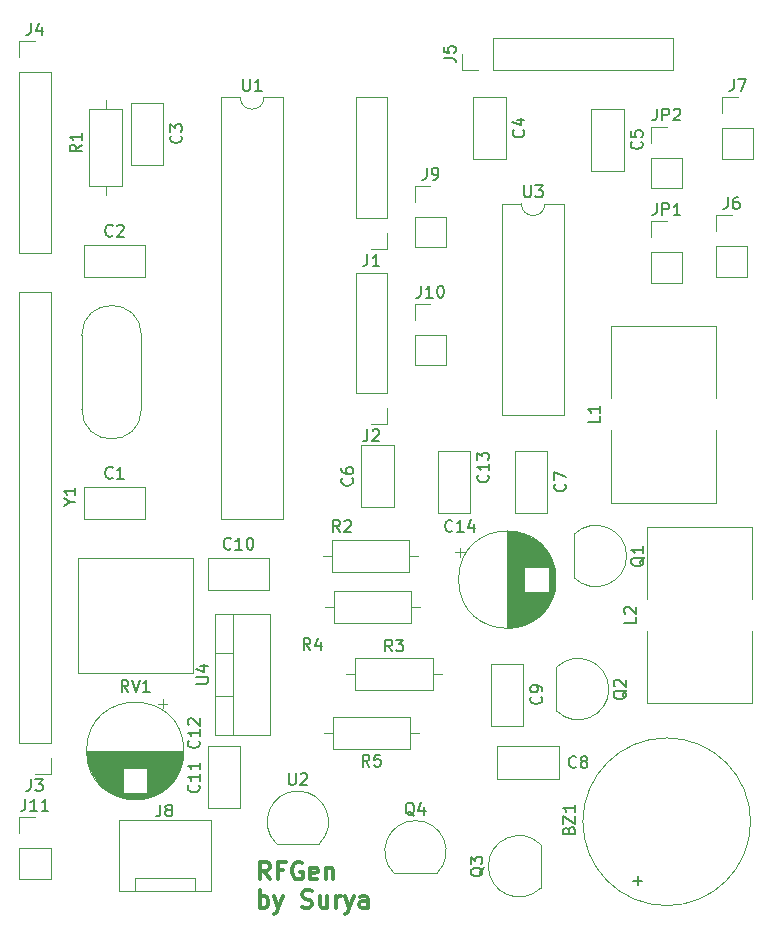
<source format=gbr>
%TF.GenerationSoftware,KiCad,Pcbnew,8.0.3*%
%TF.CreationDate,2024-09-12T01:04:43+05:30*%
%TF.ProjectId,labRF,6c616252-462e-46b6-9963-61645f706362,rev?*%
%TF.SameCoordinates,Original*%
%TF.FileFunction,Legend,Top*%
%TF.FilePolarity,Positive*%
%FSLAX46Y46*%
G04 Gerber Fmt 4.6, Leading zero omitted, Abs format (unit mm)*
G04 Created by KiCad (PCBNEW 8.0.3) date 2024-09-12 01:04:43*
%MOMM*%
%LPD*%
G01*
G04 APERTURE LIST*
%ADD10C,0.300000*%
%ADD11C,0.150000*%
%ADD12C,0.120000*%
G04 APERTURE END LIST*
D10*
X66411653Y-102385912D02*
X65911653Y-101671626D01*
X65554510Y-102385912D02*
X65554510Y-100885912D01*
X65554510Y-100885912D02*
X66125939Y-100885912D01*
X66125939Y-100885912D02*
X66268796Y-100957341D01*
X66268796Y-100957341D02*
X66340225Y-101028769D01*
X66340225Y-101028769D02*
X66411653Y-101171626D01*
X66411653Y-101171626D02*
X66411653Y-101385912D01*
X66411653Y-101385912D02*
X66340225Y-101528769D01*
X66340225Y-101528769D02*
X66268796Y-101600198D01*
X66268796Y-101600198D02*
X66125939Y-101671626D01*
X66125939Y-101671626D02*
X65554510Y-101671626D01*
X67554510Y-101600198D02*
X67054510Y-101600198D01*
X67054510Y-102385912D02*
X67054510Y-100885912D01*
X67054510Y-100885912D02*
X67768796Y-100885912D01*
X69125939Y-100957341D02*
X68983082Y-100885912D01*
X68983082Y-100885912D02*
X68768796Y-100885912D01*
X68768796Y-100885912D02*
X68554510Y-100957341D01*
X68554510Y-100957341D02*
X68411653Y-101100198D01*
X68411653Y-101100198D02*
X68340224Y-101243055D01*
X68340224Y-101243055D02*
X68268796Y-101528769D01*
X68268796Y-101528769D02*
X68268796Y-101743055D01*
X68268796Y-101743055D02*
X68340224Y-102028769D01*
X68340224Y-102028769D02*
X68411653Y-102171626D01*
X68411653Y-102171626D02*
X68554510Y-102314484D01*
X68554510Y-102314484D02*
X68768796Y-102385912D01*
X68768796Y-102385912D02*
X68911653Y-102385912D01*
X68911653Y-102385912D02*
X69125939Y-102314484D01*
X69125939Y-102314484D02*
X69197367Y-102243055D01*
X69197367Y-102243055D02*
X69197367Y-101743055D01*
X69197367Y-101743055D02*
X68911653Y-101743055D01*
X70411653Y-102314484D02*
X70268796Y-102385912D01*
X70268796Y-102385912D02*
X69983082Y-102385912D01*
X69983082Y-102385912D02*
X69840224Y-102314484D01*
X69840224Y-102314484D02*
X69768796Y-102171626D01*
X69768796Y-102171626D02*
X69768796Y-101600198D01*
X69768796Y-101600198D02*
X69840224Y-101457341D01*
X69840224Y-101457341D02*
X69983082Y-101385912D01*
X69983082Y-101385912D02*
X70268796Y-101385912D01*
X70268796Y-101385912D02*
X70411653Y-101457341D01*
X70411653Y-101457341D02*
X70483082Y-101600198D01*
X70483082Y-101600198D02*
X70483082Y-101743055D01*
X70483082Y-101743055D02*
X69768796Y-101885912D01*
X71125938Y-101385912D02*
X71125938Y-102385912D01*
X71125938Y-101528769D02*
X71197367Y-101457341D01*
X71197367Y-101457341D02*
X71340224Y-101385912D01*
X71340224Y-101385912D02*
X71554510Y-101385912D01*
X71554510Y-101385912D02*
X71697367Y-101457341D01*
X71697367Y-101457341D02*
X71768796Y-101600198D01*
X71768796Y-101600198D02*
X71768796Y-102385912D01*
X65554510Y-104800828D02*
X65554510Y-103300828D01*
X65554510Y-103872257D02*
X65697368Y-103800828D01*
X65697368Y-103800828D02*
X65983082Y-103800828D01*
X65983082Y-103800828D02*
X66125939Y-103872257D01*
X66125939Y-103872257D02*
X66197368Y-103943685D01*
X66197368Y-103943685D02*
X66268796Y-104086542D01*
X66268796Y-104086542D02*
X66268796Y-104515114D01*
X66268796Y-104515114D02*
X66197368Y-104657971D01*
X66197368Y-104657971D02*
X66125939Y-104729400D01*
X66125939Y-104729400D02*
X65983082Y-104800828D01*
X65983082Y-104800828D02*
X65697368Y-104800828D01*
X65697368Y-104800828D02*
X65554510Y-104729400D01*
X66768796Y-103800828D02*
X67125939Y-104800828D01*
X67483082Y-103800828D02*
X67125939Y-104800828D01*
X67125939Y-104800828D02*
X66983082Y-105157971D01*
X66983082Y-105157971D02*
X66911653Y-105229400D01*
X66911653Y-105229400D02*
X66768796Y-105300828D01*
X69125939Y-104729400D02*
X69340225Y-104800828D01*
X69340225Y-104800828D02*
X69697367Y-104800828D01*
X69697367Y-104800828D02*
X69840225Y-104729400D01*
X69840225Y-104729400D02*
X69911653Y-104657971D01*
X69911653Y-104657971D02*
X69983082Y-104515114D01*
X69983082Y-104515114D02*
X69983082Y-104372257D01*
X69983082Y-104372257D02*
X69911653Y-104229400D01*
X69911653Y-104229400D02*
X69840225Y-104157971D01*
X69840225Y-104157971D02*
X69697367Y-104086542D01*
X69697367Y-104086542D02*
X69411653Y-104015114D01*
X69411653Y-104015114D02*
X69268796Y-103943685D01*
X69268796Y-103943685D02*
X69197367Y-103872257D01*
X69197367Y-103872257D02*
X69125939Y-103729400D01*
X69125939Y-103729400D02*
X69125939Y-103586542D01*
X69125939Y-103586542D02*
X69197367Y-103443685D01*
X69197367Y-103443685D02*
X69268796Y-103372257D01*
X69268796Y-103372257D02*
X69411653Y-103300828D01*
X69411653Y-103300828D02*
X69768796Y-103300828D01*
X69768796Y-103300828D02*
X69983082Y-103372257D01*
X71268796Y-103800828D02*
X71268796Y-104800828D01*
X70625938Y-103800828D02*
X70625938Y-104586542D01*
X70625938Y-104586542D02*
X70697367Y-104729400D01*
X70697367Y-104729400D02*
X70840224Y-104800828D01*
X70840224Y-104800828D02*
X71054510Y-104800828D01*
X71054510Y-104800828D02*
X71197367Y-104729400D01*
X71197367Y-104729400D02*
X71268796Y-104657971D01*
X71983081Y-104800828D02*
X71983081Y-103800828D01*
X71983081Y-104086542D02*
X72054510Y-103943685D01*
X72054510Y-103943685D02*
X72125939Y-103872257D01*
X72125939Y-103872257D02*
X72268796Y-103800828D01*
X72268796Y-103800828D02*
X72411653Y-103800828D01*
X72768795Y-103800828D02*
X73125938Y-104800828D01*
X73483081Y-103800828D02*
X73125938Y-104800828D01*
X73125938Y-104800828D02*
X72983081Y-105157971D01*
X72983081Y-105157971D02*
X72911652Y-105229400D01*
X72911652Y-105229400D02*
X72768795Y-105300828D01*
X74697367Y-104800828D02*
X74697367Y-104015114D01*
X74697367Y-104015114D02*
X74625938Y-103872257D01*
X74625938Y-103872257D02*
X74483081Y-103800828D01*
X74483081Y-103800828D02*
X74197367Y-103800828D01*
X74197367Y-103800828D02*
X74054509Y-103872257D01*
X74697367Y-104729400D02*
X74554509Y-104800828D01*
X74554509Y-104800828D02*
X74197367Y-104800828D01*
X74197367Y-104800828D02*
X74054509Y-104729400D01*
X74054509Y-104729400D02*
X73983081Y-104586542D01*
X73983081Y-104586542D02*
X73983081Y-104443685D01*
X73983081Y-104443685D02*
X74054509Y-104300828D01*
X74054509Y-104300828D02*
X74197367Y-104229400D01*
X74197367Y-104229400D02*
X74554509Y-104229400D01*
X74554509Y-104229400D02*
X74697367Y-104157971D01*
D11*
X54419761Y-86509819D02*
X54086428Y-86033628D01*
X53848333Y-86509819D02*
X53848333Y-85509819D01*
X53848333Y-85509819D02*
X54229285Y-85509819D01*
X54229285Y-85509819D02*
X54324523Y-85557438D01*
X54324523Y-85557438D02*
X54372142Y-85605057D01*
X54372142Y-85605057D02*
X54419761Y-85700295D01*
X54419761Y-85700295D02*
X54419761Y-85843152D01*
X54419761Y-85843152D02*
X54372142Y-85938390D01*
X54372142Y-85938390D02*
X54324523Y-85986009D01*
X54324523Y-85986009D02*
X54229285Y-86033628D01*
X54229285Y-86033628D02*
X53848333Y-86033628D01*
X54705476Y-85509819D02*
X55038809Y-86509819D01*
X55038809Y-86509819D02*
X55372142Y-85509819D01*
X56229285Y-86509819D02*
X55657857Y-86509819D01*
X55943571Y-86509819D02*
X55943571Y-85509819D01*
X55943571Y-85509819D02*
X55848333Y-85652676D01*
X55848333Y-85652676D02*
X55753095Y-85747914D01*
X55753095Y-85747914D02*
X55657857Y-85795533D01*
X81124819Y-32833333D02*
X81839104Y-32833333D01*
X81839104Y-32833333D02*
X81981961Y-32880952D01*
X81981961Y-32880952D02*
X82077200Y-32976190D01*
X82077200Y-32976190D02*
X82124819Y-33119047D01*
X82124819Y-33119047D02*
X82124819Y-33214285D01*
X81124819Y-31880952D02*
X81124819Y-32357142D01*
X81124819Y-32357142D02*
X81601009Y-32404761D01*
X81601009Y-32404761D02*
X81553390Y-32357142D01*
X81553390Y-32357142D02*
X81505771Y-32261904D01*
X81505771Y-32261904D02*
X81505771Y-32023809D01*
X81505771Y-32023809D02*
X81553390Y-31928571D01*
X81553390Y-31928571D02*
X81601009Y-31880952D01*
X81601009Y-31880952D02*
X81696247Y-31833333D01*
X81696247Y-31833333D02*
X81934342Y-31833333D01*
X81934342Y-31833333D02*
X82029580Y-31880952D01*
X82029580Y-31880952D02*
X82077200Y-31928571D01*
X82077200Y-31928571D02*
X82124819Y-32023809D01*
X82124819Y-32023809D02*
X82124819Y-32261904D01*
X82124819Y-32261904D02*
X82077200Y-32357142D01*
X82077200Y-32357142D02*
X82029580Y-32404761D01*
X49453628Y-70416190D02*
X49929819Y-70416190D01*
X48929819Y-70749523D02*
X49453628Y-70416190D01*
X49453628Y-70416190D02*
X48929819Y-70082857D01*
X49929819Y-69225714D02*
X49929819Y-69797142D01*
X49929819Y-69511428D02*
X48929819Y-69511428D01*
X48929819Y-69511428D02*
X49072676Y-69606666D01*
X49072676Y-69606666D02*
X49167914Y-69701904D01*
X49167914Y-69701904D02*
X49215533Y-69797142D01*
X60184819Y-85801904D02*
X60994342Y-85801904D01*
X60994342Y-85801904D02*
X61089580Y-85754285D01*
X61089580Y-85754285D02*
X61137200Y-85706666D01*
X61137200Y-85706666D02*
X61184819Y-85611428D01*
X61184819Y-85611428D02*
X61184819Y-85420952D01*
X61184819Y-85420952D02*
X61137200Y-85325714D01*
X61137200Y-85325714D02*
X61089580Y-85278095D01*
X61089580Y-85278095D02*
X60994342Y-85230476D01*
X60994342Y-85230476D02*
X60184819Y-85230476D01*
X60518152Y-84325714D02*
X61184819Y-84325714D01*
X60137200Y-84563809D02*
X60851485Y-84801904D01*
X60851485Y-84801904D02*
X60851485Y-84182857D01*
X87928095Y-43624819D02*
X87928095Y-44434342D01*
X87928095Y-44434342D02*
X87975714Y-44529580D01*
X87975714Y-44529580D02*
X88023333Y-44577200D01*
X88023333Y-44577200D02*
X88118571Y-44624819D01*
X88118571Y-44624819D02*
X88309047Y-44624819D01*
X88309047Y-44624819D02*
X88404285Y-44577200D01*
X88404285Y-44577200D02*
X88451904Y-44529580D01*
X88451904Y-44529580D02*
X88499523Y-44434342D01*
X88499523Y-44434342D02*
X88499523Y-43624819D01*
X88880476Y-43624819D02*
X89499523Y-43624819D01*
X89499523Y-43624819D02*
X89166190Y-44005771D01*
X89166190Y-44005771D02*
X89309047Y-44005771D01*
X89309047Y-44005771D02*
X89404285Y-44053390D01*
X89404285Y-44053390D02*
X89451904Y-44101009D01*
X89451904Y-44101009D02*
X89499523Y-44196247D01*
X89499523Y-44196247D02*
X89499523Y-44434342D01*
X89499523Y-44434342D02*
X89451904Y-44529580D01*
X89451904Y-44529580D02*
X89404285Y-44577200D01*
X89404285Y-44577200D02*
X89309047Y-44624819D01*
X89309047Y-44624819D02*
X89023333Y-44624819D01*
X89023333Y-44624819D02*
X88928095Y-44577200D01*
X88928095Y-44577200D02*
X88880476Y-44529580D01*
X68008095Y-93394819D02*
X68008095Y-94204342D01*
X68008095Y-94204342D02*
X68055714Y-94299580D01*
X68055714Y-94299580D02*
X68103333Y-94347200D01*
X68103333Y-94347200D02*
X68198571Y-94394819D01*
X68198571Y-94394819D02*
X68389047Y-94394819D01*
X68389047Y-94394819D02*
X68484285Y-94347200D01*
X68484285Y-94347200D02*
X68531904Y-94299580D01*
X68531904Y-94299580D02*
X68579523Y-94204342D01*
X68579523Y-94204342D02*
X68579523Y-93394819D01*
X69008095Y-93490057D02*
X69055714Y-93442438D01*
X69055714Y-93442438D02*
X69150952Y-93394819D01*
X69150952Y-93394819D02*
X69389047Y-93394819D01*
X69389047Y-93394819D02*
X69484285Y-93442438D01*
X69484285Y-93442438D02*
X69531904Y-93490057D01*
X69531904Y-93490057D02*
X69579523Y-93585295D01*
X69579523Y-93585295D02*
X69579523Y-93680533D01*
X69579523Y-93680533D02*
X69531904Y-93823390D01*
X69531904Y-93823390D02*
X68960476Y-94394819D01*
X68960476Y-94394819D02*
X69579523Y-94394819D01*
X64138095Y-34624819D02*
X64138095Y-35434342D01*
X64138095Y-35434342D02*
X64185714Y-35529580D01*
X64185714Y-35529580D02*
X64233333Y-35577200D01*
X64233333Y-35577200D02*
X64328571Y-35624819D01*
X64328571Y-35624819D02*
X64519047Y-35624819D01*
X64519047Y-35624819D02*
X64614285Y-35577200D01*
X64614285Y-35577200D02*
X64661904Y-35529580D01*
X64661904Y-35529580D02*
X64709523Y-35434342D01*
X64709523Y-35434342D02*
X64709523Y-34624819D01*
X65709523Y-35624819D02*
X65138095Y-35624819D01*
X65423809Y-35624819D02*
X65423809Y-34624819D01*
X65423809Y-34624819D02*
X65328571Y-34767676D01*
X65328571Y-34767676D02*
X65233333Y-34862914D01*
X65233333Y-34862914D02*
X65138095Y-34910533D01*
X74833333Y-92824819D02*
X74500000Y-92348628D01*
X74261905Y-92824819D02*
X74261905Y-91824819D01*
X74261905Y-91824819D02*
X74642857Y-91824819D01*
X74642857Y-91824819D02*
X74738095Y-91872438D01*
X74738095Y-91872438D02*
X74785714Y-91920057D01*
X74785714Y-91920057D02*
X74833333Y-92015295D01*
X74833333Y-92015295D02*
X74833333Y-92158152D01*
X74833333Y-92158152D02*
X74785714Y-92253390D01*
X74785714Y-92253390D02*
X74738095Y-92301009D01*
X74738095Y-92301009D02*
X74642857Y-92348628D01*
X74642857Y-92348628D02*
X74261905Y-92348628D01*
X75738095Y-91824819D02*
X75261905Y-91824819D01*
X75261905Y-91824819D02*
X75214286Y-92301009D01*
X75214286Y-92301009D02*
X75261905Y-92253390D01*
X75261905Y-92253390D02*
X75357143Y-92205771D01*
X75357143Y-92205771D02*
X75595238Y-92205771D01*
X75595238Y-92205771D02*
X75690476Y-92253390D01*
X75690476Y-92253390D02*
X75738095Y-92301009D01*
X75738095Y-92301009D02*
X75785714Y-92396247D01*
X75785714Y-92396247D02*
X75785714Y-92634342D01*
X75785714Y-92634342D02*
X75738095Y-92729580D01*
X75738095Y-92729580D02*
X75690476Y-92777200D01*
X75690476Y-92777200D02*
X75595238Y-92824819D01*
X75595238Y-92824819D02*
X75357143Y-92824819D01*
X75357143Y-92824819D02*
X75261905Y-92777200D01*
X75261905Y-92777200D02*
X75214286Y-92729580D01*
X69833333Y-82954819D02*
X69500000Y-82478628D01*
X69261905Y-82954819D02*
X69261905Y-81954819D01*
X69261905Y-81954819D02*
X69642857Y-81954819D01*
X69642857Y-81954819D02*
X69738095Y-82002438D01*
X69738095Y-82002438D02*
X69785714Y-82050057D01*
X69785714Y-82050057D02*
X69833333Y-82145295D01*
X69833333Y-82145295D02*
X69833333Y-82288152D01*
X69833333Y-82288152D02*
X69785714Y-82383390D01*
X69785714Y-82383390D02*
X69738095Y-82431009D01*
X69738095Y-82431009D02*
X69642857Y-82478628D01*
X69642857Y-82478628D02*
X69261905Y-82478628D01*
X70690476Y-82288152D02*
X70690476Y-82954819D01*
X70452381Y-81907200D02*
X70214286Y-82621485D01*
X70214286Y-82621485D02*
X70833333Y-82621485D01*
X76753333Y-83084819D02*
X76420000Y-82608628D01*
X76181905Y-83084819D02*
X76181905Y-82084819D01*
X76181905Y-82084819D02*
X76562857Y-82084819D01*
X76562857Y-82084819D02*
X76658095Y-82132438D01*
X76658095Y-82132438D02*
X76705714Y-82180057D01*
X76705714Y-82180057D02*
X76753333Y-82275295D01*
X76753333Y-82275295D02*
X76753333Y-82418152D01*
X76753333Y-82418152D02*
X76705714Y-82513390D01*
X76705714Y-82513390D02*
X76658095Y-82561009D01*
X76658095Y-82561009D02*
X76562857Y-82608628D01*
X76562857Y-82608628D02*
X76181905Y-82608628D01*
X77086667Y-82084819D02*
X77705714Y-82084819D01*
X77705714Y-82084819D02*
X77372381Y-82465771D01*
X77372381Y-82465771D02*
X77515238Y-82465771D01*
X77515238Y-82465771D02*
X77610476Y-82513390D01*
X77610476Y-82513390D02*
X77658095Y-82561009D01*
X77658095Y-82561009D02*
X77705714Y-82656247D01*
X77705714Y-82656247D02*
X77705714Y-82894342D01*
X77705714Y-82894342D02*
X77658095Y-82989580D01*
X77658095Y-82989580D02*
X77610476Y-83037200D01*
X77610476Y-83037200D02*
X77515238Y-83084819D01*
X77515238Y-83084819D02*
X77229524Y-83084819D01*
X77229524Y-83084819D02*
X77134286Y-83037200D01*
X77134286Y-83037200D02*
X77086667Y-82989580D01*
X72333333Y-72954819D02*
X72000000Y-72478628D01*
X71761905Y-72954819D02*
X71761905Y-71954819D01*
X71761905Y-71954819D02*
X72142857Y-71954819D01*
X72142857Y-71954819D02*
X72238095Y-72002438D01*
X72238095Y-72002438D02*
X72285714Y-72050057D01*
X72285714Y-72050057D02*
X72333333Y-72145295D01*
X72333333Y-72145295D02*
X72333333Y-72288152D01*
X72333333Y-72288152D02*
X72285714Y-72383390D01*
X72285714Y-72383390D02*
X72238095Y-72431009D01*
X72238095Y-72431009D02*
X72142857Y-72478628D01*
X72142857Y-72478628D02*
X71761905Y-72478628D01*
X72714286Y-72050057D02*
X72761905Y-72002438D01*
X72761905Y-72002438D02*
X72857143Y-71954819D01*
X72857143Y-71954819D02*
X73095238Y-71954819D01*
X73095238Y-71954819D02*
X73190476Y-72002438D01*
X73190476Y-72002438D02*
X73238095Y-72050057D01*
X73238095Y-72050057D02*
X73285714Y-72145295D01*
X73285714Y-72145295D02*
X73285714Y-72240533D01*
X73285714Y-72240533D02*
X73238095Y-72383390D01*
X73238095Y-72383390D02*
X72666667Y-72954819D01*
X72666667Y-72954819D02*
X73285714Y-72954819D01*
X50454819Y-40166666D02*
X49978628Y-40499999D01*
X50454819Y-40738094D02*
X49454819Y-40738094D01*
X49454819Y-40738094D02*
X49454819Y-40357142D01*
X49454819Y-40357142D02*
X49502438Y-40261904D01*
X49502438Y-40261904D02*
X49550057Y-40214285D01*
X49550057Y-40214285D02*
X49645295Y-40166666D01*
X49645295Y-40166666D02*
X49788152Y-40166666D01*
X49788152Y-40166666D02*
X49883390Y-40214285D01*
X49883390Y-40214285D02*
X49931009Y-40261904D01*
X49931009Y-40261904D02*
X49978628Y-40357142D01*
X49978628Y-40357142D02*
X49978628Y-40738094D01*
X50454819Y-39214285D02*
X50454819Y-39785713D01*
X50454819Y-39499999D02*
X49454819Y-39499999D01*
X49454819Y-39499999D02*
X49597676Y-39595237D01*
X49597676Y-39595237D02*
X49692914Y-39690475D01*
X49692914Y-39690475D02*
X49740533Y-39785713D01*
X78634761Y-96990057D02*
X78539523Y-96942438D01*
X78539523Y-96942438D02*
X78444285Y-96847200D01*
X78444285Y-96847200D02*
X78301428Y-96704342D01*
X78301428Y-96704342D02*
X78206190Y-96656723D01*
X78206190Y-96656723D02*
X78110952Y-96656723D01*
X78158571Y-96894819D02*
X78063333Y-96847200D01*
X78063333Y-96847200D02*
X77968095Y-96751961D01*
X77968095Y-96751961D02*
X77920476Y-96561485D01*
X77920476Y-96561485D02*
X77920476Y-96228152D01*
X77920476Y-96228152D02*
X77968095Y-96037676D01*
X77968095Y-96037676D02*
X78063333Y-95942438D01*
X78063333Y-95942438D02*
X78158571Y-95894819D01*
X78158571Y-95894819D02*
X78349047Y-95894819D01*
X78349047Y-95894819D02*
X78444285Y-95942438D01*
X78444285Y-95942438D02*
X78539523Y-96037676D01*
X78539523Y-96037676D02*
X78587142Y-96228152D01*
X78587142Y-96228152D02*
X78587142Y-96561485D01*
X78587142Y-96561485D02*
X78539523Y-96751961D01*
X78539523Y-96751961D02*
X78444285Y-96847200D01*
X78444285Y-96847200D02*
X78349047Y-96894819D01*
X78349047Y-96894819D02*
X78158571Y-96894819D01*
X79444285Y-96228152D02*
X79444285Y-96894819D01*
X79206190Y-95847200D02*
X78968095Y-96561485D01*
X78968095Y-96561485D02*
X79587142Y-96561485D01*
X84490057Y-101365238D02*
X84442438Y-101460476D01*
X84442438Y-101460476D02*
X84347200Y-101555714D01*
X84347200Y-101555714D02*
X84204342Y-101698571D01*
X84204342Y-101698571D02*
X84156723Y-101793809D01*
X84156723Y-101793809D02*
X84156723Y-101889047D01*
X84394819Y-101841428D02*
X84347200Y-101936666D01*
X84347200Y-101936666D02*
X84251961Y-102031904D01*
X84251961Y-102031904D02*
X84061485Y-102079523D01*
X84061485Y-102079523D02*
X83728152Y-102079523D01*
X83728152Y-102079523D02*
X83537676Y-102031904D01*
X83537676Y-102031904D02*
X83442438Y-101936666D01*
X83442438Y-101936666D02*
X83394819Y-101841428D01*
X83394819Y-101841428D02*
X83394819Y-101650952D01*
X83394819Y-101650952D02*
X83442438Y-101555714D01*
X83442438Y-101555714D02*
X83537676Y-101460476D01*
X83537676Y-101460476D02*
X83728152Y-101412857D01*
X83728152Y-101412857D02*
X84061485Y-101412857D01*
X84061485Y-101412857D02*
X84251961Y-101460476D01*
X84251961Y-101460476D02*
X84347200Y-101555714D01*
X84347200Y-101555714D02*
X84394819Y-101650952D01*
X84394819Y-101650952D02*
X84394819Y-101841428D01*
X83394819Y-101079523D02*
X83394819Y-100460476D01*
X83394819Y-100460476D02*
X83775771Y-100793809D01*
X83775771Y-100793809D02*
X83775771Y-100650952D01*
X83775771Y-100650952D02*
X83823390Y-100555714D01*
X83823390Y-100555714D02*
X83871009Y-100508095D01*
X83871009Y-100508095D02*
X83966247Y-100460476D01*
X83966247Y-100460476D02*
X84204342Y-100460476D01*
X84204342Y-100460476D02*
X84299580Y-100508095D01*
X84299580Y-100508095D02*
X84347200Y-100555714D01*
X84347200Y-100555714D02*
X84394819Y-100650952D01*
X84394819Y-100650952D02*
X84394819Y-100936666D01*
X84394819Y-100936666D02*
X84347200Y-101031904D01*
X84347200Y-101031904D02*
X84299580Y-101079523D01*
X96610057Y-86365238D02*
X96562438Y-86460476D01*
X96562438Y-86460476D02*
X96467200Y-86555714D01*
X96467200Y-86555714D02*
X96324342Y-86698571D01*
X96324342Y-86698571D02*
X96276723Y-86793809D01*
X96276723Y-86793809D02*
X96276723Y-86889047D01*
X96514819Y-86841428D02*
X96467200Y-86936666D01*
X96467200Y-86936666D02*
X96371961Y-87031904D01*
X96371961Y-87031904D02*
X96181485Y-87079523D01*
X96181485Y-87079523D02*
X95848152Y-87079523D01*
X95848152Y-87079523D02*
X95657676Y-87031904D01*
X95657676Y-87031904D02*
X95562438Y-86936666D01*
X95562438Y-86936666D02*
X95514819Y-86841428D01*
X95514819Y-86841428D02*
X95514819Y-86650952D01*
X95514819Y-86650952D02*
X95562438Y-86555714D01*
X95562438Y-86555714D02*
X95657676Y-86460476D01*
X95657676Y-86460476D02*
X95848152Y-86412857D01*
X95848152Y-86412857D02*
X96181485Y-86412857D01*
X96181485Y-86412857D02*
X96371961Y-86460476D01*
X96371961Y-86460476D02*
X96467200Y-86555714D01*
X96467200Y-86555714D02*
X96514819Y-86650952D01*
X96514819Y-86650952D02*
X96514819Y-86841428D01*
X95610057Y-86031904D02*
X95562438Y-85984285D01*
X95562438Y-85984285D02*
X95514819Y-85889047D01*
X95514819Y-85889047D02*
X95514819Y-85650952D01*
X95514819Y-85650952D02*
X95562438Y-85555714D01*
X95562438Y-85555714D02*
X95610057Y-85508095D01*
X95610057Y-85508095D02*
X95705295Y-85460476D01*
X95705295Y-85460476D02*
X95800533Y-85460476D01*
X95800533Y-85460476D02*
X95943390Y-85508095D01*
X95943390Y-85508095D02*
X96514819Y-86079523D01*
X96514819Y-86079523D02*
X96514819Y-85460476D01*
X98110057Y-75095238D02*
X98062438Y-75190476D01*
X98062438Y-75190476D02*
X97967200Y-75285714D01*
X97967200Y-75285714D02*
X97824342Y-75428571D01*
X97824342Y-75428571D02*
X97776723Y-75523809D01*
X97776723Y-75523809D02*
X97776723Y-75619047D01*
X98014819Y-75571428D02*
X97967200Y-75666666D01*
X97967200Y-75666666D02*
X97871961Y-75761904D01*
X97871961Y-75761904D02*
X97681485Y-75809523D01*
X97681485Y-75809523D02*
X97348152Y-75809523D01*
X97348152Y-75809523D02*
X97157676Y-75761904D01*
X97157676Y-75761904D02*
X97062438Y-75666666D01*
X97062438Y-75666666D02*
X97014819Y-75571428D01*
X97014819Y-75571428D02*
X97014819Y-75380952D01*
X97014819Y-75380952D02*
X97062438Y-75285714D01*
X97062438Y-75285714D02*
X97157676Y-75190476D01*
X97157676Y-75190476D02*
X97348152Y-75142857D01*
X97348152Y-75142857D02*
X97681485Y-75142857D01*
X97681485Y-75142857D02*
X97871961Y-75190476D01*
X97871961Y-75190476D02*
X97967200Y-75285714D01*
X97967200Y-75285714D02*
X98014819Y-75380952D01*
X98014819Y-75380952D02*
X98014819Y-75571428D01*
X98014819Y-74190476D02*
X98014819Y-74761904D01*
X98014819Y-74476190D02*
X97014819Y-74476190D01*
X97014819Y-74476190D02*
X97157676Y-74571428D01*
X97157676Y-74571428D02*
X97252914Y-74666666D01*
X97252914Y-74666666D02*
X97300533Y-74761904D01*
X97404819Y-80166666D02*
X97404819Y-80642856D01*
X97404819Y-80642856D02*
X96404819Y-80642856D01*
X96500057Y-79880951D02*
X96452438Y-79833332D01*
X96452438Y-79833332D02*
X96404819Y-79738094D01*
X96404819Y-79738094D02*
X96404819Y-79499999D01*
X96404819Y-79499999D02*
X96452438Y-79404761D01*
X96452438Y-79404761D02*
X96500057Y-79357142D01*
X96500057Y-79357142D02*
X96595295Y-79309523D01*
X96595295Y-79309523D02*
X96690533Y-79309523D01*
X96690533Y-79309523D02*
X96833390Y-79357142D01*
X96833390Y-79357142D02*
X97404819Y-79928570D01*
X97404819Y-79928570D02*
X97404819Y-79309523D01*
X94324819Y-63166666D02*
X94324819Y-63642856D01*
X94324819Y-63642856D02*
X93324819Y-63642856D01*
X94324819Y-62309523D02*
X94324819Y-62880951D01*
X94324819Y-62595237D02*
X93324819Y-62595237D01*
X93324819Y-62595237D02*
X93467676Y-62690475D01*
X93467676Y-62690475D02*
X93562914Y-62785713D01*
X93562914Y-62785713D02*
X93610533Y-62880951D01*
X99166666Y-37124819D02*
X99166666Y-37839104D01*
X99166666Y-37839104D02*
X99119047Y-37981961D01*
X99119047Y-37981961D02*
X99023809Y-38077200D01*
X99023809Y-38077200D02*
X98880952Y-38124819D01*
X98880952Y-38124819D02*
X98785714Y-38124819D01*
X99642857Y-38124819D02*
X99642857Y-37124819D01*
X99642857Y-37124819D02*
X100023809Y-37124819D01*
X100023809Y-37124819D02*
X100119047Y-37172438D01*
X100119047Y-37172438D02*
X100166666Y-37220057D01*
X100166666Y-37220057D02*
X100214285Y-37315295D01*
X100214285Y-37315295D02*
X100214285Y-37458152D01*
X100214285Y-37458152D02*
X100166666Y-37553390D01*
X100166666Y-37553390D02*
X100119047Y-37601009D01*
X100119047Y-37601009D02*
X100023809Y-37648628D01*
X100023809Y-37648628D02*
X99642857Y-37648628D01*
X100595238Y-37220057D02*
X100642857Y-37172438D01*
X100642857Y-37172438D02*
X100738095Y-37124819D01*
X100738095Y-37124819D02*
X100976190Y-37124819D01*
X100976190Y-37124819D02*
X101071428Y-37172438D01*
X101071428Y-37172438D02*
X101119047Y-37220057D01*
X101119047Y-37220057D02*
X101166666Y-37315295D01*
X101166666Y-37315295D02*
X101166666Y-37410533D01*
X101166666Y-37410533D02*
X101119047Y-37553390D01*
X101119047Y-37553390D02*
X100547619Y-38124819D01*
X100547619Y-38124819D02*
X101166666Y-38124819D01*
X99166666Y-45124819D02*
X99166666Y-45839104D01*
X99166666Y-45839104D02*
X99119047Y-45981961D01*
X99119047Y-45981961D02*
X99023809Y-46077200D01*
X99023809Y-46077200D02*
X98880952Y-46124819D01*
X98880952Y-46124819D02*
X98785714Y-46124819D01*
X99642857Y-46124819D02*
X99642857Y-45124819D01*
X99642857Y-45124819D02*
X100023809Y-45124819D01*
X100023809Y-45124819D02*
X100119047Y-45172438D01*
X100119047Y-45172438D02*
X100166666Y-45220057D01*
X100166666Y-45220057D02*
X100214285Y-45315295D01*
X100214285Y-45315295D02*
X100214285Y-45458152D01*
X100214285Y-45458152D02*
X100166666Y-45553390D01*
X100166666Y-45553390D02*
X100119047Y-45601009D01*
X100119047Y-45601009D02*
X100023809Y-45648628D01*
X100023809Y-45648628D02*
X99642857Y-45648628D01*
X101166666Y-46124819D02*
X100595238Y-46124819D01*
X100880952Y-46124819D02*
X100880952Y-45124819D01*
X100880952Y-45124819D02*
X100785714Y-45267676D01*
X100785714Y-45267676D02*
X100690476Y-45362914D01*
X100690476Y-45362914D02*
X100595238Y-45410533D01*
X45690476Y-95584819D02*
X45690476Y-96299104D01*
X45690476Y-96299104D02*
X45642857Y-96441961D01*
X45642857Y-96441961D02*
X45547619Y-96537200D01*
X45547619Y-96537200D02*
X45404762Y-96584819D01*
X45404762Y-96584819D02*
X45309524Y-96584819D01*
X46690476Y-96584819D02*
X46119048Y-96584819D01*
X46404762Y-96584819D02*
X46404762Y-95584819D01*
X46404762Y-95584819D02*
X46309524Y-95727676D01*
X46309524Y-95727676D02*
X46214286Y-95822914D01*
X46214286Y-95822914D02*
X46119048Y-95870533D01*
X47642857Y-96584819D02*
X47071429Y-96584819D01*
X47357143Y-96584819D02*
X47357143Y-95584819D01*
X47357143Y-95584819D02*
X47261905Y-95727676D01*
X47261905Y-95727676D02*
X47166667Y-95822914D01*
X47166667Y-95822914D02*
X47071429Y-95870533D01*
X79190476Y-52124819D02*
X79190476Y-52839104D01*
X79190476Y-52839104D02*
X79142857Y-52981961D01*
X79142857Y-52981961D02*
X79047619Y-53077200D01*
X79047619Y-53077200D02*
X78904762Y-53124819D01*
X78904762Y-53124819D02*
X78809524Y-53124819D01*
X80190476Y-53124819D02*
X79619048Y-53124819D01*
X79904762Y-53124819D02*
X79904762Y-52124819D01*
X79904762Y-52124819D02*
X79809524Y-52267676D01*
X79809524Y-52267676D02*
X79714286Y-52362914D01*
X79714286Y-52362914D02*
X79619048Y-52410533D01*
X80809524Y-52124819D02*
X80904762Y-52124819D01*
X80904762Y-52124819D02*
X81000000Y-52172438D01*
X81000000Y-52172438D02*
X81047619Y-52220057D01*
X81047619Y-52220057D02*
X81095238Y-52315295D01*
X81095238Y-52315295D02*
X81142857Y-52505771D01*
X81142857Y-52505771D02*
X81142857Y-52743866D01*
X81142857Y-52743866D02*
X81095238Y-52934342D01*
X81095238Y-52934342D02*
X81047619Y-53029580D01*
X81047619Y-53029580D02*
X81000000Y-53077200D01*
X81000000Y-53077200D02*
X80904762Y-53124819D01*
X80904762Y-53124819D02*
X80809524Y-53124819D01*
X80809524Y-53124819D02*
X80714286Y-53077200D01*
X80714286Y-53077200D02*
X80666667Y-53029580D01*
X80666667Y-53029580D02*
X80619048Y-52934342D01*
X80619048Y-52934342D02*
X80571429Y-52743866D01*
X80571429Y-52743866D02*
X80571429Y-52505771D01*
X80571429Y-52505771D02*
X80619048Y-52315295D01*
X80619048Y-52315295D02*
X80666667Y-52220057D01*
X80666667Y-52220057D02*
X80714286Y-52172438D01*
X80714286Y-52172438D02*
X80809524Y-52124819D01*
X79666666Y-42124819D02*
X79666666Y-42839104D01*
X79666666Y-42839104D02*
X79619047Y-42981961D01*
X79619047Y-42981961D02*
X79523809Y-43077200D01*
X79523809Y-43077200D02*
X79380952Y-43124819D01*
X79380952Y-43124819D02*
X79285714Y-43124819D01*
X80190476Y-43124819D02*
X80380952Y-43124819D01*
X80380952Y-43124819D02*
X80476190Y-43077200D01*
X80476190Y-43077200D02*
X80523809Y-43029580D01*
X80523809Y-43029580D02*
X80619047Y-42886723D01*
X80619047Y-42886723D02*
X80666666Y-42696247D01*
X80666666Y-42696247D02*
X80666666Y-42315295D01*
X80666666Y-42315295D02*
X80619047Y-42220057D01*
X80619047Y-42220057D02*
X80571428Y-42172438D01*
X80571428Y-42172438D02*
X80476190Y-42124819D01*
X80476190Y-42124819D02*
X80285714Y-42124819D01*
X80285714Y-42124819D02*
X80190476Y-42172438D01*
X80190476Y-42172438D02*
X80142857Y-42220057D01*
X80142857Y-42220057D02*
X80095238Y-42315295D01*
X80095238Y-42315295D02*
X80095238Y-42553390D01*
X80095238Y-42553390D02*
X80142857Y-42648628D01*
X80142857Y-42648628D02*
X80190476Y-42696247D01*
X80190476Y-42696247D02*
X80285714Y-42743866D01*
X80285714Y-42743866D02*
X80476190Y-42743866D01*
X80476190Y-42743866D02*
X80571428Y-42696247D01*
X80571428Y-42696247D02*
X80619047Y-42648628D01*
X80619047Y-42648628D02*
X80666666Y-42553390D01*
X57126666Y-96054819D02*
X57126666Y-96769104D01*
X57126666Y-96769104D02*
X57079047Y-96911961D01*
X57079047Y-96911961D02*
X56983809Y-97007200D01*
X56983809Y-97007200D02*
X56840952Y-97054819D01*
X56840952Y-97054819D02*
X56745714Y-97054819D01*
X57745714Y-96483390D02*
X57650476Y-96435771D01*
X57650476Y-96435771D02*
X57602857Y-96388152D01*
X57602857Y-96388152D02*
X57555238Y-96292914D01*
X57555238Y-96292914D02*
X57555238Y-96245295D01*
X57555238Y-96245295D02*
X57602857Y-96150057D01*
X57602857Y-96150057D02*
X57650476Y-96102438D01*
X57650476Y-96102438D02*
X57745714Y-96054819D01*
X57745714Y-96054819D02*
X57936190Y-96054819D01*
X57936190Y-96054819D02*
X58031428Y-96102438D01*
X58031428Y-96102438D02*
X58079047Y-96150057D01*
X58079047Y-96150057D02*
X58126666Y-96245295D01*
X58126666Y-96245295D02*
X58126666Y-96292914D01*
X58126666Y-96292914D02*
X58079047Y-96388152D01*
X58079047Y-96388152D02*
X58031428Y-96435771D01*
X58031428Y-96435771D02*
X57936190Y-96483390D01*
X57936190Y-96483390D02*
X57745714Y-96483390D01*
X57745714Y-96483390D02*
X57650476Y-96531009D01*
X57650476Y-96531009D02*
X57602857Y-96578628D01*
X57602857Y-96578628D02*
X57555238Y-96673866D01*
X57555238Y-96673866D02*
X57555238Y-96864342D01*
X57555238Y-96864342D02*
X57602857Y-96959580D01*
X57602857Y-96959580D02*
X57650476Y-97007200D01*
X57650476Y-97007200D02*
X57745714Y-97054819D01*
X57745714Y-97054819D02*
X57936190Y-97054819D01*
X57936190Y-97054819D02*
X58031428Y-97007200D01*
X58031428Y-97007200D02*
X58079047Y-96959580D01*
X58079047Y-96959580D02*
X58126666Y-96864342D01*
X58126666Y-96864342D02*
X58126666Y-96673866D01*
X58126666Y-96673866D02*
X58079047Y-96578628D01*
X58079047Y-96578628D02*
X58031428Y-96531009D01*
X58031428Y-96531009D02*
X57936190Y-96483390D01*
X105666666Y-34624819D02*
X105666666Y-35339104D01*
X105666666Y-35339104D02*
X105619047Y-35481961D01*
X105619047Y-35481961D02*
X105523809Y-35577200D01*
X105523809Y-35577200D02*
X105380952Y-35624819D01*
X105380952Y-35624819D02*
X105285714Y-35624819D01*
X106047619Y-34624819D02*
X106714285Y-34624819D01*
X106714285Y-34624819D02*
X106285714Y-35624819D01*
X105166666Y-44624819D02*
X105166666Y-45339104D01*
X105166666Y-45339104D02*
X105119047Y-45481961D01*
X105119047Y-45481961D02*
X105023809Y-45577200D01*
X105023809Y-45577200D02*
X104880952Y-45624819D01*
X104880952Y-45624819D02*
X104785714Y-45624819D01*
X106071428Y-44624819D02*
X105880952Y-44624819D01*
X105880952Y-44624819D02*
X105785714Y-44672438D01*
X105785714Y-44672438D02*
X105738095Y-44720057D01*
X105738095Y-44720057D02*
X105642857Y-44862914D01*
X105642857Y-44862914D02*
X105595238Y-45053390D01*
X105595238Y-45053390D02*
X105595238Y-45434342D01*
X105595238Y-45434342D02*
X105642857Y-45529580D01*
X105642857Y-45529580D02*
X105690476Y-45577200D01*
X105690476Y-45577200D02*
X105785714Y-45624819D01*
X105785714Y-45624819D02*
X105976190Y-45624819D01*
X105976190Y-45624819D02*
X106071428Y-45577200D01*
X106071428Y-45577200D02*
X106119047Y-45529580D01*
X106119047Y-45529580D02*
X106166666Y-45434342D01*
X106166666Y-45434342D02*
X106166666Y-45196247D01*
X106166666Y-45196247D02*
X106119047Y-45101009D01*
X106119047Y-45101009D02*
X106071428Y-45053390D01*
X106071428Y-45053390D02*
X105976190Y-45005771D01*
X105976190Y-45005771D02*
X105785714Y-45005771D01*
X105785714Y-45005771D02*
X105690476Y-45053390D01*
X105690476Y-45053390D02*
X105642857Y-45101009D01*
X105642857Y-45101009D02*
X105595238Y-45196247D01*
X46166666Y-29884819D02*
X46166666Y-30599104D01*
X46166666Y-30599104D02*
X46119047Y-30741961D01*
X46119047Y-30741961D02*
X46023809Y-30837200D01*
X46023809Y-30837200D02*
X45880952Y-30884819D01*
X45880952Y-30884819D02*
X45785714Y-30884819D01*
X47071428Y-30218152D02*
X47071428Y-30884819D01*
X46833333Y-29837200D02*
X46595238Y-30551485D01*
X46595238Y-30551485D02*
X47214285Y-30551485D01*
X46166666Y-93884819D02*
X46166666Y-94599104D01*
X46166666Y-94599104D02*
X46119047Y-94741961D01*
X46119047Y-94741961D02*
X46023809Y-94837200D01*
X46023809Y-94837200D02*
X45880952Y-94884819D01*
X45880952Y-94884819D02*
X45785714Y-94884819D01*
X46547619Y-93884819D02*
X47166666Y-93884819D01*
X47166666Y-93884819D02*
X46833333Y-94265771D01*
X46833333Y-94265771D02*
X46976190Y-94265771D01*
X46976190Y-94265771D02*
X47071428Y-94313390D01*
X47071428Y-94313390D02*
X47119047Y-94361009D01*
X47119047Y-94361009D02*
X47166666Y-94456247D01*
X47166666Y-94456247D02*
X47166666Y-94694342D01*
X47166666Y-94694342D02*
X47119047Y-94789580D01*
X47119047Y-94789580D02*
X47071428Y-94837200D01*
X47071428Y-94837200D02*
X46976190Y-94884819D01*
X46976190Y-94884819D02*
X46690476Y-94884819D01*
X46690476Y-94884819D02*
X46595238Y-94837200D01*
X46595238Y-94837200D02*
X46547619Y-94789580D01*
X74666666Y-64284819D02*
X74666666Y-64999104D01*
X74666666Y-64999104D02*
X74619047Y-65141961D01*
X74619047Y-65141961D02*
X74523809Y-65237200D01*
X74523809Y-65237200D02*
X74380952Y-65284819D01*
X74380952Y-65284819D02*
X74285714Y-65284819D01*
X75095238Y-64380057D02*
X75142857Y-64332438D01*
X75142857Y-64332438D02*
X75238095Y-64284819D01*
X75238095Y-64284819D02*
X75476190Y-64284819D01*
X75476190Y-64284819D02*
X75571428Y-64332438D01*
X75571428Y-64332438D02*
X75619047Y-64380057D01*
X75619047Y-64380057D02*
X75666666Y-64475295D01*
X75666666Y-64475295D02*
X75666666Y-64570533D01*
X75666666Y-64570533D02*
X75619047Y-64713390D01*
X75619047Y-64713390D02*
X75047619Y-65284819D01*
X75047619Y-65284819D02*
X75666666Y-65284819D01*
X74666666Y-49444819D02*
X74666666Y-50159104D01*
X74666666Y-50159104D02*
X74619047Y-50301961D01*
X74619047Y-50301961D02*
X74523809Y-50397200D01*
X74523809Y-50397200D02*
X74380952Y-50444819D01*
X74380952Y-50444819D02*
X74285714Y-50444819D01*
X75666666Y-50444819D02*
X75095238Y-50444819D01*
X75380952Y-50444819D02*
X75380952Y-49444819D01*
X75380952Y-49444819D02*
X75285714Y-49587676D01*
X75285714Y-49587676D02*
X75190476Y-49682914D01*
X75190476Y-49682914D02*
X75095238Y-49730533D01*
X81857142Y-72859580D02*
X81809523Y-72907200D01*
X81809523Y-72907200D02*
X81666666Y-72954819D01*
X81666666Y-72954819D02*
X81571428Y-72954819D01*
X81571428Y-72954819D02*
X81428571Y-72907200D01*
X81428571Y-72907200D02*
X81333333Y-72811961D01*
X81333333Y-72811961D02*
X81285714Y-72716723D01*
X81285714Y-72716723D02*
X81238095Y-72526247D01*
X81238095Y-72526247D02*
X81238095Y-72383390D01*
X81238095Y-72383390D02*
X81285714Y-72192914D01*
X81285714Y-72192914D02*
X81333333Y-72097676D01*
X81333333Y-72097676D02*
X81428571Y-72002438D01*
X81428571Y-72002438D02*
X81571428Y-71954819D01*
X81571428Y-71954819D02*
X81666666Y-71954819D01*
X81666666Y-71954819D02*
X81809523Y-72002438D01*
X81809523Y-72002438D02*
X81857142Y-72050057D01*
X82809523Y-72954819D02*
X82238095Y-72954819D01*
X82523809Y-72954819D02*
X82523809Y-71954819D01*
X82523809Y-71954819D02*
X82428571Y-72097676D01*
X82428571Y-72097676D02*
X82333333Y-72192914D01*
X82333333Y-72192914D02*
X82238095Y-72240533D01*
X83666666Y-72288152D02*
X83666666Y-72954819D01*
X83428571Y-71907200D02*
X83190476Y-72621485D01*
X83190476Y-72621485D02*
X83809523Y-72621485D01*
X84859580Y-68142857D02*
X84907200Y-68190476D01*
X84907200Y-68190476D02*
X84954819Y-68333333D01*
X84954819Y-68333333D02*
X84954819Y-68428571D01*
X84954819Y-68428571D02*
X84907200Y-68571428D01*
X84907200Y-68571428D02*
X84811961Y-68666666D01*
X84811961Y-68666666D02*
X84716723Y-68714285D01*
X84716723Y-68714285D02*
X84526247Y-68761904D01*
X84526247Y-68761904D02*
X84383390Y-68761904D01*
X84383390Y-68761904D02*
X84192914Y-68714285D01*
X84192914Y-68714285D02*
X84097676Y-68666666D01*
X84097676Y-68666666D02*
X84002438Y-68571428D01*
X84002438Y-68571428D02*
X83954819Y-68428571D01*
X83954819Y-68428571D02*
X83954819Y-68333333D01*
X83954819Y-68333333D02*
X84002438Y-68190476D01*
X84002438Y-68190476D02*
X84050057Y-68142857D01*
X84954819Y-67190476D02*
X84954819Y-67761904D01*
X84954819Y-67476190D02*
X83954819Y-67476190D01*
X83954819Y-67476190D02*
X84097676Y-67571428D01*
X84097676Y-67571428D02*
X84192914Y-67666666D01*
X84192914Y-67666666D02*
X84240533Y-67761904D01*
X83954819Y-66857142D02*
X83954819Y-66238095D01*
X83954819Y-66238095D02*
X84335771Y-66571428D01*
X84335771Y-66571428D02*
X84335771Y-66428571D01*
X84335771Y-66428571D02*
X84383390Y-66333333D01*
X84383390Y-66333333D02*
X84431009Y-66285714D01*
X84431009Y-66285714D02*
X84526247Y-66238095D01*
X84526247Y-66238095D02*
X84764342Y-66238095D01*
X84764342Y-66238095D02*
X84859580Y-66285714D01*
X84859580Y-66285714D02*
X84907200Y-66333333D01*
X84907200Y-66333333D02*
X84954819Y-66428571D01*
X84954819Y-66428571D02*
X84954819Y-66714285D01*
X84954819Y-66714285D02*
X84907200Y-66809523D01*
X84907200Y-66809523D02*
X84859580Y-66857142D01*
X60359580Y-90642857D02*
X60407200Y-90690476D01*
X60407200Y-90690476D02*
X60454819Y-90833333D01*
X60454819Y-90833333D02*
X60454819Y-90928571D01*
X60454819Y-90928571D02*
X60407200Y-91071428D01*
X60407200Y-91071428D02*
X60311961Y-91166666D01*
X60311961Y-91166666D02*
X60216723Y-91214285D01*
X60216723Y-91214285D02*
X60026247Y-91261904D01*
X60026247Y-91261904D02*
X59883390Y-91261904D01*
X59883390Y-91261904D02*
X59692914Y-91214285D01*
X59692914Y-91214285D02*
X59597676Y-91166666D01*
X59597676Y-91166666D02*
X59502438Y-91071428D01*
X59502438Y-91071428D02*
X59454819Y-90928571D01*
X59454819Y-90928571D02*
X59454819Y-90833333D01*
X59454819Y-90833333D02*
X59502438Y-90690476D01*
X59502438Y-90690476D02*
X59550057Y-90642857D01*
X60454819Y-89690476D02*
X60454819Y-90261904D01*
X60454819Y-89976190D02*
X59454819Y-89976190D01*
X59454819Y-89976190D02*
X59597676Y-90071428D01*
X59597676Y-90071428D02*
X59692914Y-90166666D01*
X59692914Y-90166666D02*
X59740533Y-90261904D01*
X59550057Y-89309523D02*
X59502438Y-89261904D01*
X59502438Y-89261904D02*
X59454819Y-89166666D01*
X59454819Y-89166666D02*
X59454819Y-88928571D01*
X59454819Y-88928571D02*
X59502438Y-88833333D01*
X59502438Y-88833333D02*
X59550057Y-88785714D01*
X59550057Y-88785714D02*
X59645295Y-88738095D01*
X59645295Y-88738095D02*
X59740533Y-88738095D01*
X59740533Y-88738095D02*
X59883390Y-88785714D01*
X59883390Y-88785714D02*
X60454819Y-89357142D01*
X60454819Y-89357142D02*
X60454819Y-88738095D01*
X60359580Y-94392857D02*
X60407200Y-94440476D01*
X60407200Y-94440476D02*
X60454819Y-94583333D01*
X60454819Y-94583333D02*
X60454819Y-94678571D01*
X60454819Y-94678571D02*
X60407200Y-94821428D01*
X60407200Y-94821428D02*
X60311961Y-94916666D01*
X60311961Y-94916666D02*
X60216723Y-94964285D01*
X60216723Y-94964285D02*
X60026247Y-95011904D01*
X60026247Y-95011904D02*
X59883390Y-95011904D01*
X59883390Y-95011904D02*
X59692914Y-94964285D01*
X59692914Y-94964285D02*
X59597676Y-94916666D01*
X59597676Y-94916666D02*
X59502438Y-94821428D01*
X59502438Y-94821428D02*
X59454819Y-94678571D01*
X59454819Y-94678571D02*
X59454819Y-94583333D01*
X59454819Y-94583333D02*
X59502438Y-94440476D01*
X59502438Y-94440476D02*
X59550057Y-94392857D01*
X60454819Y-93440476D02*
X60454819Y-94011904D01*
X60454819Y-93726190D02*
X59454819Y-93726190D01*
X59454819Y-93726190D02*
X59597676Y-93821428D01*
X59597676Y-93821428D02*
X59692914Y-93916666D01*
X59692914Y-93916666D02*
X59740533Y-94011904D01*
X60454819Y-92488095D02*
X60454819Y-93059523D01*
X60454819Y-92773809D02*
X59454819Y-92773809D01*
X59454819Y-92773809D02*
X59597676Y-92869047D01*
X59597676Y-92869047D02*
X59692914Y-92964285D01*
X59692914Y-92964285D02*
X59740533Y-93059523D01*
X63107142Y-74359580D02*
X63059523Y-74407200D01*
X63059523Y-74407200D02*
X62916666Y-74454819D01*
X62916666Y-74454819D02*
X62821428Y-74454819D01*
X62821428Y-74454819D02*
X62678571Y-74407200D01*
X62678571Y-74407200D02*
X62583333Y-74311961D01*
X62583333Y-74311961D02*
X62535714Y-74216723D01*
X62535714Y-74216723D02*
X62488095Y-74026247D01*
X62488095Y-74026247D02*
X62488095Y-73883390D01*
X62488095Y-73883390D02*
X62535714Y-73692914D01*
X62535714Y-73692914D02*
X62583333Y-73597676D01*
X62583333Y-73597676D02*
X62678571Y-73502438D01*
X62678571Y-73502438D02*
X62821428Y-73454819D01*
X62821428Y-73454819D02*
X62916666Y-73454819D01*
X62916666Y-73454819D02*
X63059523Y-73502438D01*
X63059523Y-73502438D02*
X63107142Y-73550057D01*
X64059523Y-74454819D02*
X63488095Y-74454819D01*
X63773809Y-74454819D02*
X63773809Y-73454819D01*
X63773809Y-73454819D02*
X63678571Y-73597676D01*
X63678571Y-73597676D02*
X63583333Y-73692914D01*
X63583333Y-73692914D02*
X63488095Y-73740533D01*
X64678571Y-73454819D02*
X64773809Y-73454819D01*
X64773809Y-73454819D02*
X64869047Y-73502438D01*
X64869047Y-73502438D02*
X64916666Y-73550057D01*
X64916666Y-73550057D02*
X64964285Y-73645295D01*
X64964285Y-73645295D02*
X65011904Y-73835771D01*
X65011904Y-73835771D02*
X65011904Y-74073866D01*
X65011904Y-74073866D02*
X64964285Y-74264342D01*
X64964285Y-74264342D02*
X64916666Y-74359580D01*
X64916666Y-74359580D02*
X64869047Y-74407200D01*
X64869047Y-74407200D02*
X64773809Y-74454819D01*
X64773809Y-74454819D02*
X64678571Y-74454819D01*
X64678571Y-74454819D02*
X64583333Y-74407200D01*
X64583333Y-74407200D02*
X64535714Y-74359580D01*
X64535714Y-74359580D02*
X64488095Y-74264342D01*
X64488095Y-74264342D02*
X64440476Y-74073866D01*
X64440476Y-74073866D02*
X64440476Y-73835771D01*
X64440476Y-73835771D02*
X64488095Y-73645295D01*
X64488095Y-73645295D02*
X64535714Y-73550057D01*
X64535714Y-73550057D02*
X64583333Y-73502438D01*
X64583333Y-73502438D02*
X64678571Y-73454819D01*
X89359580Y-86916666D02*
X89407200Y-86964285D01*
X89407200Y-86964285D02*
X89454819Y-87107142D01*
X89454819Y-87107142D02*
X89454819Y-87202380D01*
X89454819Y-87202380D02*
X89407200Y-87345237D01*
X89407200Y-87345237D02*
X89311961Y-87440475D01*
X89311961Y-87440475D02*
X89216723Y-87488094D01*
X89216723Y-87488094D02*
X89026247Y-87535713D01*
X89026247Y-87535713D02*
X88883390Y-87535713D01*
X88883390Y-87535713D02*
X88692914Y-87488094D01*
X88692914Y-87488094D02*
X88597676Y-87440475D01*
X88597676Y-87440475D02*
X88502438Y-87345237D01*
X88502438Y-87345237D02*
X88454819Y-87202380D01*
X88454819Y-87202380D02*
X88454819Y-87107142D01*
X88454819Y-87107142D02*
X88502438Y-86964285D01*
X88502438Y-86964285D02*
X88550057Y-86916666D01*
X89454819Y-86440475D02*
X89454819Y-86249999D01*
X89454819Y-86249999D02*
X89407200Y-86154761D01*
X89407200Y-86154761D02*
X89359580Y-86107142D01*
X89359580Y-86107142D02*
X89216723Y-86011904D01*
X89216723Y-86011904D02*
X89026247Y-85964285D01*
X89026247Y-85964285D02*
X88645295Y-85964285D01*
X88645295Y-85964285D02*
X88550057Y-86011904D01*
X88550057Y-86011904D02*
X88502438Y-86059523D01*
X88502438Y-86059523D02*
X88454819Y-86154761D01*
X88454819Y-86154761D02*
X88454819Y-86345237D01*
X88454819Y-86345237D02*
X88502438Y-86440475D01*
X88502438Y-86440475D02*
X88550057Y-86488094D01*
X88550057Y-86488094D02*
X88645295Y-86535713D01*
X88645295Y-86535713D02*
X88883390Y-86535713D01*
X88883390Y-86535713D02*
X88978628Y-86488094D01*
X88978628Y-86488094D02*
X89026247Y-86440475D01*
X89026247Y-86440475D02*
X89073866Y-86345237D01*
X89073866Y-86345237D02*
X89073866Y-86154761D01*
X89073866Y-86154761D02*
X89026247Y-86059523D01*
X89026247Y-86059523D02*
X88978628Y-86011904D01*
X88978628Y-86011904D02*
X88883390Y-85964285D01*
X92333333Y-92859580D02*
X92285714Y-92907200D01*
X92285714Y-92907200D02*
X92142857Y-92954819D01*
X92142857Y-92954819D02*
X92047619Y-92954819D01*
X92047619Y-92954819D02*
X91904762Y-92907200D01*
X91904762Y-92907200D02*
X91809524Y-92811961D01*
X91809524Y-92811961D02*
X91761905Y-92716723D01*
X91761905Y-92716723D02*
X91714286Y-92526247D01*
X91714286Y-92526247D02*
X91714286Y-92383390D01*
X91714286Y-92383390D02*
X91761905Y-92192914D01*
X91761905Y-92192914D02*
X91809524Y-92097676D01*
X91809524Y-92097676D02*
X91904762Y-92002438D01*
X91904762Y-92002438D02*
X92047619Y-91954819D01*
X92047619Y-91954819D02*
X92142857Y-91954819D01*
X92142857Y-91954819D02*
X92285714Y-92002438D01*
X92285714Y-92002438D02*
X92333333Y-92050057D01*
X92904762Y-92383390D02*
X92809524Y-92335771D01*
X92809524Y-92335771D02*
X92761905Y-92288152D01*
X92761905Y-92288152D02*
X92714286Y-92192914D01*
X92714286Y-92192914D02*
X92714286Y-92145295D01*
X92714286Y-92145295D02*
X92761905Y-92050057D01*
X92761905Y-92050057D02*
X92809524Y-92002438D01*
X92809524Y-92002438D02*
X92904762Y-91954819D01*
X92904762Y-91954819D02*
X93095238Y-91954819D01*
X93095238Y-91954819D02*
X93190476Y-92002438D01*
X93190476Y-92002438D02*
X93238095Y-92050057D01*
X93238095Y-92050057D02*
X93285714Y-92145295D01*
X93285714Y-92145295D02*
X93285714Y-92192914D01*
X93285714Y-92192914D02*
X93238095Y-92288152D01*
X93238095Y-92288152D02*
X93190476Y-92335771D01*
X93190476Y-92335771D02*
X93095238Y-92383390D01*
X93095238Y-92383390D02*
X92904762Y-92383390D01*
X92904762Y-92383390D02*
X92809524Y-92431009D01*
X92809524Y-92431009D02*
X92761905Y-92478628D01*
X92761905Y-92478628D02*
X92714286Y-92573866D01*
X92714286Y-92573866D02*
X92714286Y-92764342D01*
X92714286Y-92764342D02*
X92761905Y-92859580D01*
X92761905Y-92859580D02*
X92809524Y-92907200D01*
X92809524Y-92907200D02*
X92904762Y-92954819D01*
X92904762Y-92954819D02*
X93095238Y-92954819D01*
X93095238Y-92954819D02*
X93190476Y-92907200D01*
X93190476Y-92907200D02*
X93238095Y-92859580D01*
X93238095Y-92859580D02*
X93285714Y-92764342D01*
X93285714Y-92764342D02*
X93285714Y-92573866D01*
X93285714Y-92573866D02*
X93238095Y-92478628D01*
X93238095Y-92478628D02*
X93190476Y-92431009D01*
X93190476Y-92431009D02*
X93095238Y-92383390D01*
X91359580Y-68916666D02*
X91407200Y-68964285D01*
X91407200Y-68964285D02*
X91454819Y-69107142D01*
X91454819Y-69107142D02*
X91454819Y-69202380D01*
X91454819Y-69202380D02*
X91407200Y-69345237D01*
X91407200Y-69345237D02*
X91311961Y-69440475D01*
X91311961Y-69440475D02*
X91216723Y-69488094D01*
X91216723Y-69488094D02*
X91026247Y-69535713D01*
X91026247Y-69535713D02*
X90883390Y-69535713D01*
X90883390Y-69535713D02*
X90692914Y-69488094D01*
X90692914Y-69488094D02*
X90597676Y-69440475D01*
X90597676Y-69440475D02*
X90502438Y-69345237D01*
X90502438Y-69345237D02*
X90454819Y-69202380D01*
X90454819Y-69202380D02*
X90454819Y-69107142D01*
X90454819Y-69107142D02*
X90502438Y-68964285D01*
X90502438Y-68964285D02*
X90550057Y-68916666D01*
X90454819Y-68583332D02*
X90454819Y-67916666D01*
X90454819Y-67916666D02*
X91454819Y-68345237D01*
X73359580Y-68416666D02*
X73407200Y-68464285D01*
X73407200Y-68464285D02*
X73454819Y-68607142D01*
X73454819Y-68607142D02*
X73454819Y-68702380D01*
X73454819Y-68702380D02*
X73407200Y-68845237D01*
X73407200Y-68845237D02*
X73311961Y-68940475D01*
X73311961Y-68940475D02*
X73216723Y-68988094D01*
X73216723Y-68988094D02*
X73026247Y-69035713D01*
X73026247Y-69035713D02*
X72883390Y-69035713D01*
X72883390Y-69035713D02*
X72692914Y-68988094D01*
X72692914Y-68988094D02*
X72597676Y-68940475D01*
X72597676Y-68940475D02*
X72502438Y-68845237D01*
X72502438Y-68845237D02*
X72454819Y-68702380D01*
X72454819Y-68702380D02*
X72454819Y-68607142D01*
X72454819Y-68607142D02*
X72502438Y-68464285D01*
X72502438Y-68464285D02*
X72550057Y-68416666D01*
X72454819Y-67559523D02*
X72454819Y-67749999D01*
X72454819Y-67749999D02*
X72502438Y-67845237D01*
X72502438Y-67845237D02*
X72550057Y-67892856D01*
X72550057Y-67892856D02*
X72692914Y-67988094D01*
X72692914Y-67988094D02*
X72883390Y-68035713D01*
X72883390Y-68035713D02*
X73264342Y-68035713D01*
X73264342Y-68035713D02*
X73359580Y-67988094D01*
X73359580Y-67988094D02*
X73407200Y-67940475D01*
X73407200Y-67940475D02*
X73454819Y-67845237D01*
X73454819Y-67845237D02*
X73454819Y-67654761D01*
X73454819Y-67654761D02*
X73407200Y-67559523D01*
X73407200Y-67559523D02*
X73359580Y-67511904D01*
X73359580Y-67511904D02*
X73264342Y-67464285D01*
X73264342Y-67464285D02*
X73026247Y-67464285D01*
X73026247Y-67464285D02*
X72931009Y-67511904D01*
X72931009Y-67511904D02*
X72883390Y-67559523D01*
X72883390Y-67559523D02*
X72835771Y-67654761D01*
X72835771Y-67654761D02*
X72835771Y-67845237D01*
X72835771Y-67845237D02*
X72883390Y-67940475D01*
X72883390Y-67940475D02*
X72931009Y-67988094D01*
X72931009Y-67988094D02*
X73026247Y-68035713D01*
X97859580Y-39916666D02*
X97907200Y-39964285D01*
X97907200Y-39964285D02*
X97954819Y-40107142D01*
X97954819Y-40107142D02*
X97954819Y-40202380D01*
X97954819Y-40202380D02*
X97907200Y-40345237D01*
X97907200Y-40345237D02*
X97811961Y-40440475D01*
X97811961Y-40440475D02*
X97716723Y-40488094D01*
X97716723Y-40488094D02*
X97526247Y-40535713D01*
X97526247Y-40535713D02*
X97383390Y-40535713D01*
X97383390Y-40535713D02*
X97192914Y-40488094D01*
X97192914Y-40488094D02*
X97097676Y-40440475D01*
X97097676Y-40440475D02*
X97002438Y-40345237D01*
X97002438Y-40345237D02*
X96954819Y-40202380D01*
X96954819Y-40202380D02*
X96954819Y-40107142D01*
X96954819Y-40107142D02*
X97002438Y-39964285D01*
X97002438Y-39964285D02*
X97050057Y-39916666D01*
X96954819Y-39011904D02*
X96954819Y-39488094D01*
X96954819Y-39488094D02*
X97431009Y-39535713D01*
X97431009Y-39535713D02*
X97383390Y-39488094D01*
X97383390Y-39488094D02*
X97335771Y-39392856D01*
X97335771Y-39392856D02*
X97335771Y-39154761D01*
X97335771Y-39154761D02*
X97383390Y-39059523D01*
X97383390Y-39059523D02*
X97431009Y-39011904D01*
X97431009Y-39011904D02*
X97526247Y-38964285D01*
X97526247Y-38964285D02*
X97764342Y-38964285D01*
X97764342Y-38964285D02*
X97859580Y-39011904D01*
X97859580Y-39011904D02*
X97907200Y-39059523D01*
X97907200Y-39059523D02*
X97954819Y-39154761D01*
X97954819Y-39154761D02*
X97954819Y-39392856D01*
X97954819Y-39392856D02*
X97907200Y-39488094D01*
X97907200Y-39488094D02*
X97859580Y-39535713D01*
X87859580Y-38916666D02*
X87907200Y-38964285D01*
X87907200Y-38964285D02*
X87954819Y-39107142D01*
X87954819Y-39107142D02*
X87954819Y-39202380D01*
X87954819Y-39202380D02*
X87907200Y-39345237D01*
X87907200Y-39345237D02*
X87811961Y-39440475D01*
X87811961Y-39440475D02*
X87716723Y-39488094D01*
X87716723Y-39488094D02*
X87526247Y-39535713D01*
X87526247Y-39535713D02*
X87383390Y-39535713D01*
X87383390Y-39535713D02*
X87192914Y-39488094D01*
X87192914Y-39488094D02*
X87097676Y-39440475D01*
X87097676Y-39440475D02*
X87002438Y-39345237D01*
X87002438Y-39345237D02*
X86954819Y-39202380D01*
X86954819Y-39202380D02*
X86954819Y-39107142D01*
X86954819Y-39107142D02*
X87002438Y-38964285D01*
X87002438Y-38964285D02*
X87050057Y-38916666D01*
X87288152Y-38059523D02*
X87954819Y-38059523D01*
X86907200Y-38297618D02*
X87621485Y-38535713D01*
X87621485Y-38535713D02*
X87621485Y-37916666D01*
X58859580Y-39416666D02*
X58907200Y-39464285D01*
X58907200Y-39464285D02*
X58954819Y-39607142D01*
X58954819Y-39607142D02*
X58954819Y-39702380D01*
X58954819Y-39702380D02*
X58907200Y-39845237D01*
X58907200Y-39845237D02*
X58811961Y-39940475D01*
X58811961Y-39940475D02*
X58716723Y-39988094D01*
X58716723Y-39988094D02*
X58526247Y-40035713D01*
X58526247Y-40035713D02*
X58383390Y-40035713D01*
X58383390Y-40035713D02*
X58192914Y-39988094D01*
X58192914Y-39988094D02*
X58097676Y-39940475D01*
X58097676Y-39940475D02*
X58002438Y-39845237D01*
X58002438Y-39845237D02*
X57954819Y-39702380D01*
X57954819Y-39702380D02*
X57954819Y-39607142D01*
X57954819Y-39607142D02*
X58002438Y-39464285D01*
X58002438Y-39464285D02*
X58050057Y-39416666D01*
X57954819Y-39083332D02*
X57954819Y-38464285D01*
X57954819Y-38464285D02*
X58335771Y-38797618D01*
X58335771Y-38797618D02*
X58335771Y-38654761D01*
X58335771Y-38654761D02*
X58383390Y-38559523D01*
X58383390Y-38559523D02*
X58431009Y-38511904D01*
X58431009Y-38511904D02*
X58526247Y-38464285D01*
X58526247Y-38464285D02*
X58764342Y-38464285D01*
X58764342Y-38464285D02*
X58859580Y-38511904D01*
X58859580Y-38511904D02*
X58907200Y-38559523D01*
X58907200Y-38559523D02*
X58954819Y-38654761D01*
X58954819Y-38654761D02*
X58954819Y-38940475D01*
X58954819Y-38940475D02*
X58907200Y-39035713D01*
X58907200Y-39035713D02*
X58859580Y-39083332D01*
X53083333Y-47859580D02*
X53035714Y-47907200D01*
X53035714Y-47907200D02*
X52892857Y-47954819D01*
X52892857Y-47954819D02*
X52797619Y-47954819D01*
X52797619Y-47954819D02*
X52654762Y-47907200D01*
X52654762Y-47907200D02*
X52559524Y-47811961D01*
X52559524Y-47811961D02*
X52511905Y-47716723D01*
X52511905Y-47716723D02*
X52464286Y-47526247D01*
X52464286Y-47526247D02*
X52464286Y-47383390D01*
X52464286Y-47383390D02*
X52511905Y-47192914D01*
X52511905Y-47192914D02*
X52559524Y-47097676D01*
X52559524Y-47097676D02*
X52654762Y-47002438D01*
X52654762Y-47002438D02*
X52797619Y-46954819D01*
X52797619Y-46954819D02*
X52892857Y-46954819D01*
X52892857Y-46954819D02*
X53035714Y-47002438D01*
X53035714Y-47002438D02*
X53083333Y-47050057D01*
X53464286Y-47050057D02*
X53511905Y-47002438D01*
X53511905Y-47002438D02*
X53607143Y-46954819D01*
X53607143Y-46954819D02*
X53845238Y-46954819D01*
X53845238Y-46954819D02*
X53940476Y-47002438D01*
X53940476Y-47002438D02*
X53988095Y-47050057D01*
X53988095Y-47050057D02*
X54035714Y-47145295D01*
X54035714Y-47145295D02*
X54035714Y-47240533D01*
X54035714Y-47240533D02*
X53988095Y-47383390D01*
X53988095Y-47383390D02*
X53416667Y-47954819D01*
X53416667Y-47954819D02*
X54035714Y-47954819D01*
X53083333Y-68359580D02*
X53035714Y-68407200D01*
X53035714Y-68407200D02*
X52892857Y-68454819D01*
X52892857Y-68454819D02*
X52797619Y-68454819D01*
X52797619Y-68454819D02*
X52654762Y-68407200D01*
X52654762Y-68407200D02*
X52559524Y-68311961D01*
X52559524Y-68311961D02*
X52511905Y-68216723D01*
X52511905Y-68216723D02*
X52464286Y-68026247D01*
X52464286Y-68026247D02*
X52464286Y-67883390D01*
X52464286Y-67883390D02*
X52511905Y-67692914D01*
X52511905Y-67692914D02*
X52559524Y-67597676D01*
X52559524Y-67597676D02*
X52654762Y-67502438D01*
X52654762Y-67502438D02*
X52797619Y-67454819D01*
X52797619Y-67454819D02*
X52892857Y-67454819D01*
X52892857Y-67454819D02*
X53035714Y-67502438D01*
X53035714Y-67502438D02*
X53083333Y-67550057D01*
X54035714Y-68454819D02*
X53464286Y-68454819D01*
X53750000Y-68454819D02*
X53750000Y-67454819D01*
X53750000Y-67454819D02*
X53654762Y-67597676D01*
X53654762Y-67597676D02*
X53559524Y-67692914D01*
X53559524Y-67692914D02*
X53464286Y-67740533D01*
X91701009Y-98220952D02*
X91748628Y-98078095D01*
X91748628Y-98078095D02*
X91796247Y-98030476D01*
X91796247Y-98030476D02*
X91891485Y-97982857D01*
X91891485Y-97982857D02*
X92034342Y-97982857D01*
X92034342Y-97982857D02*
X92129580Y-98030476D01*
X92129580Y-98030476D02*
X92177200Y-98078095D01*
X92177200Y-98078095D02*
X92224819Y-98173333D01*
X92224819Y-98173333D02*
X92224819Y-98554285D01*
X92224819Y-98554285D02*
X91224819Y-98554285D01*
X91224819Y-98554285D02*
X91224819Y-98220952D01*
X91224819Y-98220952D02*
X91272438Y-98125714D01*
X91272438Y-98125714D02*
X91320057Y-98078095D01*
X91320057Y-98078095D02*
X91415295Y-98030476D01*
X91415295Y-98030476D02*
X91510533Y-98030476D01*
X91510533Y-98030476D02*
X91605771Y-98078095D01*
X91605771Y-98078095D02*
X91653390Y-98125714D01*
X91653390Y-98125714D02*
X91701009Y-98220952D01*
X91701009Y-98220952D02*
X91701009Y-98554285D01*
X91224819Y-97649523D02*
X91224819Y-96982857D01*
X91224819Y-96982857D02*
X92224819Y-97649523D01*
X92224819Y-97649523D02*
X92224819Y-96982857D01*
X92224819Y-96078095D02*
X92224819Y-96649523D01*
X92224819Y-96363809D02*
X91224819Y-96363809D01*
X91224819Y-96363809D02*
X91367676Y-96459047D01*
X91367676Y-96459047D02*
X91462914Y-96554285D01*
X91462914Y-96554285D02*
X91510533Y-96649523D01*
X97533866Y-102890951D02*
X97533866Y-102129047D01*
X97914819Y-102509999D02*
X97152914Y-102509999D01*
D12*
%TO.C,RV1*%
X59900000Y-84925000D02*
X59900000Y-75155000D01*
X59900000Y-84925000D02*
X50130000Y-84925000D01*
X59900000Y-75155000D02*
X50130000Y-75155000D01*
X50130000Y-84925000D02*
X50130000Y-75155000D01*
%TO.C,J5*%
X82670000Y-33830000D02*
X82670000Y-32500000D01*
X84000000Y-33830000D02*
X82670000Y-33830000D01*
X85270000Y-33830000D02*
X100570000Y-33830000D01*
X85270000Y-33830000D02*
X85270000Y-31170000D01*
X100570000Y-33830000D02*
X100570000Y-31170000D01*
X85270000Y-31170000D02*
X100570000Y-31170000D01*
%TO.C,Y1*%
X50475000Y-62565000D02*
X50475000Y-56315000D01*
X55525000Y-62565000D02*
X55525000Y-56315000D01*
X55525000Y-62565000D02*
G75*
G02*
X50475000Y-62565000I-2525000J0D01*
G01*
X50475000Y-56315000D02*
G75*
G02*
X55525000Y-56315000I2525000J0D01*
G01*
%TO.C,U4*%
X61730000Y-90160000D02*
X66371000Y-90160000D01*
X61730000Y-90160000D02*
X61730000Y-79920000D01*
X63240000Y-90160000D02*
X63240000Y-79920000D01*
X66371000Y-90160000D02*
X66371000Y-79920000D01*
X61730000Y-86890000D02*
X63240000Y-86890000D01*
X61730000Y-83189000D02*
X63240000Y-83189000D01*
X61730000Y-79920000D02*
X66371000Y-79920000D01*
%TO.C,U3*%
X86040000Y-45170000D02*
X86040000Y-63070000D01*
X86040000Y-63070000D02*
X91340000Y-63070000D01*
X87690000Y-45170000D02*
X86040000Y-45170000D01*
X91340000Y-45170000D02*
X89690000Y-45170000D01*
X91340000Y-63070000D02*
X91340000Y-45170000D01*
X89690000Y-45170000D02*
G75*
G02*
X87690000Y-45170000I-1000000J0D01*
G01*
%TO.C,U2*%
X66970000Y-99350000D02*
X70570000Y-99350000D01*
X66931522Y-99338478D02*
G75*
G02*
X68770000Y-94899999I1838478J1838478D01*
G01*
X68770000Y-94900000D02*
G75*
G02*
X70608478Y-99338478I0J-2600000D01*
G01*
%TO.C,U1*%
X62250000Y-36170000D02*
X62250000Y-71850000D01*
X62250000Y-71850000D02*
X67550000Y-71850000D01*
X63900000Y-36170000D02*
X62250000Y-36170000D01*
X67550000Y-36170000D02*
X65900000Y-36170000D01*
X67550000Y-71850000D02*
X67550000Y-36170000D01*
X65900000Y-36170000D02*
G75*
G02*
X63900000Y-36170000I-1000000J0D01*
G01*
%TO.C,R5*%
X79040000Y-90000000D02*
X78270000Y-90000000D01*
X78270000Y-91370000D02*
X78270000Y-88630000D01*
X78270000Y-88630000D02*
X71730000Y-88630000D01*
X71730000Y-91370000D02*
X78270000Y-91370000D01*
X71730000Y-88630000D02*
X71730000Y-91370000D01*
X70960000Y-90000000D02*
X71730000Y-90000000D01*
%TO.C,R4*%
X71040000Y-79300000D02*
X71810000Y-79300000D01*
X71810000Y-77930000D02*
X71810000Y-80670000D01*
X71810000Y-80670000D02*
X78350000Y-80670000D01*
X78350000Y-77930000D02*
X71810000Y-77930000D01*
X78350000Y-80670000D02*
X78350000Y-77930000D01*
X79120000Y-79300000D02*
X78350000Y-79300000D01*
%TO.C,R3*%
X72880000Y-85000000D02*
X73650000Y-85000000D01*
X73650000Y-83630000D02*
X73650000Y-86370000D01*
X73650000Y-86370000D02*
X80190000Y-86370000D01*
X80190000Y-83630000D02*
X73650000Y-83630000D01*
X80190000Y-86370000D02*
X80190000Y-83630000D01*
X80960000Y-85000000D02*
X80190000Y-85000000D01*
%TO.C,R2*%
X70880000Y-75000000D02*
X71650000Y-75000000D01*
X71650000Y-73630000D02*
X71650000Y-76370000D01*
X71650000Y-76370000D02*
X78190000Y-76370000D01*
X78190000Y-73630000D02*
X71650000Y-73630000D01*
X78190000Y-76370000D02*
X78190000Y-73630000D01*
X78960000Y-75000000D02*
X78190000Y-75000000D01*
%TO.C,R1*%
X52500000Y-36380000D02*
X52500000Y-37150000D01*
X53870000Y-37150000D02*
X51130000Y-37150000D01*
X51130000Y-37150000D02*
X51130000Y-43690000D01*
X53870000Y-43690000D02*
X53870000Y-37150000D01*
X51130000Y-43690000D02*
X53870000Y-43690000D01*
X52500000Y-44460000D02*
X52500000Y-43690000D01*
%TO.C,Q4*%
X76930000Y-101850000D02*
X80530000Y-101850000D01*
X76891522Y-101838478D02*
G75*
G02*
X78730000Y-97399999I1838478J1838478D01*
G01*
X78730000Y-97400000D02*
G75*
G02*
X80568478Y-101838478I0J-2600000D01*
G01*
%TO.C,Q3*%
X89350000Y-103070000D02*
X89350000Y-99470000D01*
X89338478Y-103108478D02*
G75*
G02*
X84899999Y-101270000I-1838478J1838478D01*
G01*
X84900000Y-101270000D02*
G75*
G02*
X89338478Y-99431522I2600000J0D01*
G01*
%TO.C,Q2*%
X90650000Y-84470000D02*
X90650000Y-88070000D01*
X90661522Y-84431522D02*
G75*
G02*
X95100001Y-86270000I1838478J-1838478D01*
G01*
X95100000Y-86270000D02*
G75*
G02*
X90661522Y-88108478I-2600000J0D01*
G01*
%TO.C,Q1*%
X92150000Y-73200000D02*
X92150000Y-76800000D01*
X92161522Y-73161522D02*
G75*
G02*
X96600001Y-75000000I1838478J-1838478D01*
G01*
X96600000Y-75000000D02*
G75*
G02*
X92161522Y-76838478I-2600000J0D01*
G01*
%TO.C,L2*%
X98350000Y-87485000D02*
X107230000Y-87485000D01*
X98350000Y-87485000D02*
X98350000Y-81365000D01*
X107230000Y-87485000D02*
X107230000Y-81365000D01*
X98350000Y-78635000D02*
X98350000Y-72515000D01*
X107230000Y-78635000D02*
X107230000Y-72515000D01*
X98350000Y-72515000D02*
X107230000Y-72515000D01*
%TO.C,L1*%
X95270000Y-70485000D02*
X104150000Y-70485000D01*
X95270000Y-70485000D02*
X95270000Y-64365000D01*
X104150000Y-70485000D02*
X104150000Y-64365000D01*
X95270000Y-61635000D02*
X95270000Y-55515000D01*
X104150000Y-61635000D02*
X104150000Y-55515000D01*
X95270000Y-55515000D02*
X104150000Y-55515000D01*
%TO.C,JP2*%
X98670000Y-38670000D02*
X100000000Y-38670000D01*
X98670000Y-40000000D02*
X98670000Y-38670000D01*
X98670000Y-41270000D02*
X98670000Y-43870000D01*
X98670000Y-41270000D02*
X101330000Y-41270000D01*
X98670000Y-43870000D02*
X101330000Y-43870000D01*
X101330000Y-41270000D02*
X101330000Y-43870000D01*
%TO.C,JP1*%
X98670000Y-46670000D02*
X100000000Y-46670000D01*
X98670000Y-48000000D02*
X98670000Y-46670000D01*
X98670000Y-49270000D02*
X98670000Y-51870000D01*
X98670000Y-49270000D02*
X101330000Y-49270000D01*
X98670000Y-51870000D02*
X101330000Y-51870000D01*
X101330000Y-49270000D02*
X101330000Y-51870000D01*
%TO.C,J11*%
X45170000Y-97130000D02*
X46500000Y-97130000D01*
X45170000Y-98460000D02*
X45170000Y-97130000D01*
X45170000Y-99730000D02*
X45170000Y-102330000D01*
X45170000Y-99730000D02*
X47830000Y-99730000D01*
X45170000Y-102330000D02*
X47830000Y-102330000D01*
X47830000Y-99730000D02*
X47830000Y-102330000D01*
%TO.C,J10*%
X78670000Y-53670000D02*
X80000000Y-53670000D01*
X78670000Y-55000000D02*
X78670000Y-53670000D01*
X78670000Y-56270000D02*
X78670000Y-58870000D01*
X78670000Y-56270000D02*
X81330000Y-56270000D01*
X78670000Y-58870000D02*
X81330000Y-58870000D01*
X81330000Y-56270000D02*
X81330000Y-58870000D01*
%TO.C,J9*%
X81330000Y-46270000D02*
X81330000Y-48870000D01*
X78670000Y-48870000D02*
X81330000Y-48870000D01*
X78670000Y-46270000D02*
X81330000Y-46270000D01*
X78670000Y-46270000D02*
X78670000Y-48870000D01*
X78670000Y-45000000D02*
X78670000Y-43670000D01*
X78670000Y-43670000D02*
X80000000Y-43670000D01*
%TO.C,J8*%
X53610000Y-97350000D02*
X61410000Y-97350000D01*
X53610000Y-103400000D02*
X53610000Y-97350000D01*
X54960000Y-102290000D02*
X60040000Y-102290000D01*
X54960000Y-103300000D02*
X54960000Y-102290000D01*
X60040000Y-102290000D02*
X60040000Y-103300000D01*
X61410000Y-97350000D02*
X61410000Y-103400000D01*
X61410000Y-103400000D02*
X53610000Y-103400000D01*
%TO.C,J7*%
X104670000Y-36170000D02*
X106000000Y-36170000D01*
X104670000Y-37500000D02*
X104670000Y-36170000D01*
X104670000Y-38770000D02*
X104670000Y-41370000D01*
X104670000Y-38770000D02*
X107330000Y-38770000D01*
X104670000Y-41370000D02*
X107330000Y-41370000D01*
X107330000Y-38770000D02*
X107330000Y-41370000D01*
%TO.C,J6*%
X104170000Y-46170000D02*
X105500000Y-46170000D01*
X104170000Y-47500000D02*
X104170000Y-46170000D01*
X104170000Y-48770000D02*
X104170000Y-51370000D01*
X104170000Y-48770000D02*
X106830000Y-48770000D01*
X104170000Y-51370000D02*
X106830000Y-51370000D01*
X106830000Y-48770000D02*
X106830000Y-51370000D01*
%TO.C,J4*%
X45170000Y-31430000D02*
X46500000Y-31430000D01*
X45170000Y-32760000D02*
X45170000Y-31430000D01*
X45170000Y-34030000D02*
X45170000Y-49330000D01*
X45170000Y-34030000D02*
X47830000Y-34030000D01*
X45170000Y-49330000D02*
X47830000Y-49330000D01*
X47830000Y-34030000D02*
X47830000Y-49330000D01*
%TO.C,J3*%
X47830000Y-93430000D02*
X46500000Y-93430000D01*
X47830000Y-92100000D02*
X47830000Y-93430000D01*
X47830000Y-90830000D02*
X47830000Y-52670000D01*
X47830000Y-90830000D02*
X45170000Y-90830000D01*
X47830000Y-52670000D02*
X45170000Y-52670000D01*
X45170000Y-90830000D02*
X45170000Y-52670000D01*
%TO.C,J2*%
X76330000Y-63830000D02*
X75000000Y-63830000D01*
X76330000Y-62500000D02*
X76330000Y-63830000D01*
X76330000Y-61230000D02*
X76330000Y-51010000D01*
X76330000Y-61230000D02*
X73670000Y-61230000D01*
X76330000Y-51010000D02*
X73670000Y-51010000D01*
X73670000Y-61230000D02*
X73670000Y-51010000D01*
%TO.C,J1*%
X76330000Y-48990000D02*
X75000000Y-48990000D01*
X76330000Y-47660000D02*
X76330000Y-48990000D01*
X76330000Y-46390000D02*
X76330000Y-36170000D01*
X76330000Y-46390000D02*
X73670000Y-46390000D01*
X76330000Y-36170000D02*
X73670000Y-36170000D01*
X73670000Y-46390000D02*
X73670000Y-36170000D01*
%TO.C,C14*%
X82090302Y-74685000D02*
X82890302Y-74685000D01*
X82490302Y-74285000D02*
X82490302Y-75085000D01*
X86500000Y-72920000D02*
X86500000Y-81080000D01*
X86540000Y-72920000D02*
X86540000Y-81080000D01*
X86580000Y-72920000D02*
X86580000Y-81080000D01*
X86620000Y-72921000D02*
X86620000Y-81079000D01*
X86660000Y-72923000D02*
X86660000Y-81077000D01*
X86700000Y-72924000D02*
X86700000Y-81076000D01*
X86740000Y-72926000D02*
X86740000Y-81074000D01*
X86780000Y-72929000D02*
X86780000Y-81071000D01*
X86820000Y-72932000D02*
X86820000Y-81068000D01*
X86860000Y-72935000D02*
X86860000Y-81065000D01*
X86900000Y-72939000D02*
X86900000Y-81061000D01*
X86940000Y-72943000D02*
X86940000Y-81057000D01*
X86980000Y-72948000D02*
X86980000Y-81052000D01*
X87020000Y-72952000D02*
X87020000Y-81048000D01*
X87060000Y-72958000D02*
X87060000Y-81042000D01*
X87100000Y-72963000D02*
X87100000Y-81037000D01*
X87140000Y-72970000D02*
X87140000Y-81030000D01*
X87180000Y-72976000D02*
X87180000Y-81024000D01*
X87221000Y-72983000D02*
X87221000Y-81017000D01*
X87261000Y-72990000D02*
X87261000Y-81010000D01*
X87301000Y-72998000D02*
X87301000Y-81002000D01*
X87341000Y-73006000D02*
X87341000Y-80994000D01*
X87381000Y-73015000D02*
X87381000Y-80985000D01*
X87421000Y-73024000D02*
X87421000Y-80976000D01*
X87461000Y-73033000D02*
X87461000Y-80967000D01*
X87501000Y-73043000D02*
X87501000Y-80957000D01*
X87541000Y-73053000D02*
X87541000Y-80947000D01*
X87581000Y-73064000D02*
X87581000Y-80936000D01*
X87621000Y-73075000D02*
X87621000Y-80925000D01*
X87661000Y-73086000D02*
X87661000Y-80914000D01*
X87701000Y-73098000D02*
X87701000Y-80902000D01*
X87741000Y-73111000D02*
X87741000Y-80889000D01*
X87781000Y-73123000D02*
X87781000Y-80877000D01*
X87821000Y-73137000D02*
X87821000Y-80863000D01*
X87861000Y-73150000D02*
X87861000Y-80850000D01*
X87901000Y-73165000D02*
X87901000Y-80835000D01*
X87941000Y-73179000D02*
X87941000Y-80821000D01*
X87981000Y-73195000D02*
X87981000Y-75960000D01*
X87981000Y-78040000D02*
X87981000Y-80805000D01*
X88021000Y-73210000D02*
X88021000Y-75960000D01*
X88021000Y-78040000D02*
X88021000Y-80790000D01*
X88061000Y-73226000D02*
X88061000Y-75960000D01*
X88061000Y-78040000D02*
X88061000Y-80774000D01*
X88101000Y-73243000D02*
X88101000Y-75960000D01*
X88101000Y-78040000D02*
X88101000Y-80757000D01*
X88141000Y-73260000D02*
X88141000Y-75960000D01*
X88141000Y-78040000D02*
X88141000Y-80740000D01*
X88181000Y-73278000D02*
X88181000Y-75960000D01*
X88181000Y-78040000D02*
X88181000Y-80722000D01*
X88221000Y-73296000D02*
X88221000Y-75960000D01*
X88221000Y-78040000D02*
X88221000Y-80704000D01*
X88261000Y-73314000D02*
X88261000Y-75960000D01*
X88261000Y-78040000D02*
X88261000Y-80686000D01*
X88301000Y-73334000D02*
X88301000Y-75960000D01*
X88301000Y-78040000D02*
X88301000Y-80666000D01*
X88341000Y-73353000D02*
X88341000Y-75960000D01*
X88341000Y-78040000D02*
X88341000Y-80647000D01*
X88381000Y-73373000D02*
X88381000Y-75960000D01*
X88381000Y-78040000D02*
X88381000Y-80627000D01*
X88421000Y-73394000D02*
X88421000Y-75960000D01*
X88421000Y-78040000D02*
X88421000Y-80606000D01*
X88461000Y-73416000D02*
X88461000Y-75960000D01*
X88461000Y-78040000D02*
X88461000Y-80584000D01*
X88501000Y-73438000D02*
X88501000Y-75960000D01*
X88501000Y-78040000D02*
X88501000Y-80562000D01*
X88541000Y-73460000D02*
X88541000Y-75960000D01*
X88541000Y-78040000D02*
X88541000Y-80540000D01*
X88581000Y-73483000D02*
X88581000Y-75960000D01*
X88581000Y-78040000D02*
X88581000Y-80517000D01*
X88621000Y-73507000D02*
X88621000Y-75960000D01*
X88621000Y-78040000D02*
X88621000Y-80493000D01*
X88661000Y-73531000D02*
X88661000Y-75960000D01*
X88661000Y-78040000D02*
X88661000Y-80469000D01*
X88701000Y-73556000D02*
X88701000Y-75960000D01*
X88701000Y-78040000D02*
X88701000Y-80444000D01*
X88741000Y-73582000D02*
X88741000Y-75960000D01*
X88741000Y-78040000D02*
X88741000Y-80418000D01*
X88781000Y-73608000D02*
X88781000Y-75960000D01*
X88781000Y-78040000D02*
X88781000Y-80392000D01*
X88821000Y-73635000D02*
X88821000Y-75960000D01*
X88821000Y-78040000D02*
X88821000Y-80365000D01*
X88861000Y-73662000D02*
X88861000Y-75960000D01*
X88861000Y-78040000D02*
X88861000Y-80338000D01*
X88901000Y-73691000D02*
X88901000Y-75960000D01*
X88901000Y-78040000D02*
X88901000Y-80309000D01*
X88941000Y-73720000D02*
X88941000Y-75960000D01*
X88941000Y-78040000D02*
X88941000Y-80280000D01*
X88981000Y-73750000D02*
X88981000Y-75960000D01*
X88981000Y-78040000D02*
X88981000Y-80250000D01*
X89021000Y-73780000D02*
X89021000Y-75960000D01*
X89021000Y-78040000D02*
X89021000Y-80220000D01*
X89061000Y-73811000D02*
X89061000Y-75960000D01*
X89061000Y-78040000D02*
X89061000Y-80189000D01*
X89101000Y-73844000D02*
X89101000Y-75960000D01*
X89101000Y-78040000D02*
X89101000Y-80156000D01*
X89141000Y-73876000D02*
X89141000Y-75960000D01*
X89141000Y-78040000D02*
X89141000Y-80124000D01*
X89181000Y-73910000D02*
X89181000Y-75960000D01*
X89181000Y-78040000D02*
X89181000Y-80090000D01*
X89221000Y-73945000D02*
X89221000Y-75960000D01*
X89221000Y-78040000D02*
X89221000Y-80055000D01*
X89261000Y-73981000D02*
X89261000Y-75960000D01*
X89261000Y-78040000D02*
X89261000Y-80019000D01*
X89301000Y-74017000D02*
X89301000Y-75960000D01*
X89301000Y-78040000D02*
X89301000Y-79983000D01*
X89341000Y-74055000D02*
X89341000Y-75960000D01*
X89341000Y-78040000D02*
X89341000Y-79945000D01*
X89381000Y-74093000D02*
X89381000Y-75960000D01*
X89381000Y-78040000D02*
X89381000Y-79907000D01*
X89421000Y-74133000D02*
X89421000Y-75960000D01*
X89421000Y-78040000D02*
X89421000Y-79867000D01*
X89461000Y-74174000D02*
X89461000Y-75960000D01*
X89461000Y-78040000D02*
X89461000Y-79826000D01*
X89501000Y-74216000D02*
X89501000Y-75960000D01*
X89501000Y-78040000D02*
X89501000Y-79784000D01*
X89541000Y-74259000D02*
X89541000Y-75960000D01*
X89541000Y-78040000D02*
X89541000Y-79741000D01*
X89581000Y-74303000D02*
X89581000Y-75960000D01*
X89581000Y-78040000D02*
X89581000Y-79697000D01*
X89621000Y-74349000D02*
X89621000Y-75960000D01*
X89621000Y-78040000D02*
X89621000Y-79651000D01*
X89661000Y-74396000D02*
X89661000Y-75960000D01*
X89661000Y-78040000D02*
X89661000Y-79604000D01*
X89701000Y-74444000D02*
X89701000Y-75960000D01*
X89701000Y-78040000D02*
X89701000Y-79556000D01*
X89741000Y-74495000D02*
X89741000Y-75960000D01*
X89741000Y-78040000D02*
X89741000Y-79505000D01*
X89781000Y-74546000D02*
X89781000Y-75960000D01*
X89781000Y-78040000D02*
X89781000Y-79454000D01*
X89821000Y-74600000D02*
X89821000Y-75960000D01*
X89821000Y-78040000D02*
X89821000Y-79400000D01*
X89861000Y-74655000D02*
X89861000Y-75960000D01*
X89861000Y-78040000D02*
X89861000Y-79345000D01*
X89901000Y-74713000D02*
X89901000Y-75960000D01*
X89901000Y-78040000D02*
X89901000Y-79287000D01*
X89941000Y-74772000D02*
X89941000Y-75960000D01*
X89941000Y-78040000D02*
X89941000Y-79228000D01*
X89981000Y-74834000D02*
X89981000Y-75960000D01*
X89981000Y-78040000D02*
X89981000Y-79166000D01*
X90021000Y-74898000D02*
X90021000Y-75960000D01*
X90021000Y-78040000D02*
X90021000Y-79102000D01*
X90061000Y-74966000D02*
X90061000Y-79034000D01*
X90101000Y-75036000D02*
X90101000Y-78964000D01*
X90141000Y-75110000D02*
X90141000Y-78890000D01*
X90181000Y-75187000D02*
X90181000Y-78813000D01*
X90221000Y-75269000D02*
X90221000Y-78731000D01*
X90261000Y-75355000D02*
X90261000Y-78645000D01*
X90301000Y-75448000D02*
X90301000Y-78552000D01*
X90341000Y-75547000D02*
X90341000Y-78453000D01*
X90381000Y-75654000D02*
X90381000Y-78346000D01*
X90421000Y-75771000D02*
X90421000Y-78229000D01*
X90461000Y-75902000D02*
X90461000Y-78098000D01*
X90501000Y-76052000D02*
X90501000Y-77948000D01*
X90541000Y-76232000D02*
X90541000Y-77768000D01*
X90581000Y-76467000D02*
X90581000Y-77533000D01*
X90620000Y-77000000D02*
G75*
G02*
X82380000Y-77000000I-4120000J0D01*
G01*
X82380000Y-77000000D02*
G75*
G02*
X90620000Y-77000000I4120000J0D01*
G01*
%TO.C,C13*%
X83370000Y-66130000D02*
X80630000Y-66130000D01*
X83370000Y-66130000D02*
X83370000Y-71370000D01*
X80630000Y-66130000D02*
X80630000Y-71370000D01*
X83370000Y-71370000D02*
X80630000Y-71370000D01*
%TO.C,C12*%
X57315000Y-87090302D02*
X57315000Y-87890302D01*
X57715000Y-87490302D02*
X56915000Y-87490302D01*
X59080000Y-91500000D02*
X50920000Y-91500000D01*
X59080000Y-91540000D02*
X50920000Y-91540000D01*
X59080000Y-91580000D02*
X50920000Y-91580000D01*
X59079000Y-91620000D02*
X50921000Y-91620000D01*
X59077000Y-91660000D02*
X50923000Y-91660000D01*
X59076000Y-91700000D02*
X50924000Y-91700000D01*
X59074000Y-91740000D02*
X50926000Y-91740000D01*
X59071000Y-91780000D02*
X50929000Y-91780000D01*
X59068000Y-91820000D02*
X50932000Y-91820000D01*
X59065000Y-91860000D02*
X50935000Y-91860000D01*
X59061000Y-91900000D02*
X50939000Y-91900000D01*
X59057000Y-91940000D02*
X50943000Y-91940000D01*
X59052000Y-91980000D02*
X50948000Y-91980000D01*
X59048000Y-92020000D02*
X50952000Y-92020000D01*
X59042000Y-92060000D02*
X50958000Y-92060000D01*
X59037000Y-92100000D02*
X50963000Y-92100000D01*
X59030000Y-92140000D02*
X50970000Y-92140000D01*
X59024000Y-92180000D02*
X50976000Y-92180000D01*
X59017000Y-92221000D02*
X50983000Y-92221000D01*
X59010000Y-92261000D02*
X50990000Y-92261000D01*
X59002000Y-92301000D02*
X50998000Y-92301000D01*
X58994000Y-92341000D02*
X51006000Y-92341000D01*
X58985000Y-92381000D02*
X51015000Y-92381000D01*
X58976000Y-92421000D02*
X51024000Y-92421000D01*
X58967000Y-92461000D02*
X51033000Y-92461000D01*
X58957000Y-92501000D02*
X51043000Y-92501000D01*
X58947000Y-92541000D02*
X51053000Y-92541000D01*
X58936000Y-92581000D02*
X51064000Y-92581000D01*
X58925000Y-92621000D02*
X51075000Y-92621000D01*
X58914000Y-92661000D02*
X51086000Y-92661000D01*
X58902000Y-92701000D02*
X51098000Y-92701000D01*
X58889000Y-92741000D02*
X51111000Y-92741000D01*
X58877000Y-92781000D02*
X51123000Y-92781000D01*
X58863000Y-92821000D02*
X51137000Y-92821000D01*
X58850000Y-92861000D02*
X51150000Y-92861000D01*
X58835000Y-92901000D02*
X51165000Y-92901000D01*
X58821000Y-92941000D02*
X51179000Y-92941000D01*
X58805000Y-92981000D02*
X56040000Y-92981000D01*
X53960000Y-92981000D02*
X51195000Y-92981000D01*
X58790000Y-93021000D02*
X56040000Y-93021000D01*
X53960000Y-93021000D02*
X51210000Y-93021000D01*
X58774000Y-93061000D02*
X56040000Y-93061000D01*
X53960000Y-93061000D02*
X51226000Y-93061000D01*
X58757000Y-93101000D02*
X56040000Y-93101000D01*
X53960000Y-93101000D02*
X51243000Y-93101000D01*
X58740000Y-93141000D02*
X56040000Y-93141000D01*
X53960000Y-93141000D02*
X51260000Y-93141000D01*
X58722000Y-93181000D02*
X56040000Y-93181000D01*
X53960000Y-93181000D02*
X51278000Y-93181000D01*
X58704000Y-93221000D02*
X56040000Y-93221000D01*
X53960000Y-93221000D02*
X51296000Y-93221000D01*
X58686000Y-93261000D02*
X56040000Y-93261000D01*
X53960000Y-93261000D02*
X51314000Y-93261000D01*
X58666000Y-93301000D02*
X56040000Y-93301000D01*
X53960000Y-93301000D02*
X51334000Y-93301000D01*
X58647000Y-93341000D02*
X56040000Y-93341000D01*
X53960000Y-93341000D02*
X51353000Y-93341000D01*
X58627000Y-93381000D02*
X56040000Y-93381000D01*
X53960000Y-93381000D02*
X51373000Y-93381000D01*
X58606000Y-93421000D02*
X56040000Y-93421000D01*
X53960000Y-93421000D02*
X51394000Y-93421000D01*
X58584000Y-93461000D02*
X56040000Y-93461000D01*
X53960000Y-93461000D02*
X51416000Y-93461000D01*
X58562000Y-93501000D02*
X56040000Y-93501000D01*
X53960000Y-93501000D02*
X51438000Y-93501000D01*
X58540000Y-93541000D02*
X56040000Y-93541000D01*
X53960000Y-93541000D02*
X51460000Y-93541000D01*
X58517000Y-93581000D02*
X56040000Y-93581000D01*
X53960000Y-93581000D02*
X51483000Y-93581000D01*
X58493000Y-93621000D02*
X56040000Y-93621000D01*
X53960000Y-93621000D02*
X51507000Y-93621000D01*
X58469000Y-93661000D02*
X56040000Y-93661000D01*
X53960000Y-93661000D02*
X51531000Y-93661000D01*
X58444000Y-93701000D02*
X56040000Y-93701000D01*
X53960000Y-93701000D02*
X51556000Y-93701000D01*
X58418000Y-93741000D02*
X56040000Y-93741000D01*
X53960000Y-93741000D02*
X51582000Y-93741000D01*
X58392000Y-93781000D02*
X56040000Y-93781000D01*
X53960000Y-93781000D02*
X51608000Y-93781000D01*
X58365000Y-93821000D02*
X56040000Y-93821000D01*
X53960000Y-93821000D02*
X51635000Y-93821000D01*
X58338000Y-93861000D02*
X56040000Y-93861000D01*
X53960000Y-93861000D02*
X51662000Y-93861000D01*
X58309000Y-93901000D02*
X56040000Y-93901000D01*
X53960000Y-93901000D02*
X51691000Y-93901000D01*
X58280000Y-93941000D02*
X56040000Y-93941000D01*
X53960000Y-93941000D02*
X51720000Y-93941000D01*
X58250000Y-93981000D02*
X56040000Y-93981000D01*
X53960000Y-93981000D02*
X51750000Y-93981000D01*
X58220000Y-94021000D02*
X56040000Y-94021000D01*
X53960000Y-94021000D02*
X51780000Y-94021000D01*
X58189000Y-94061000D02*
X56040000Y-94061000D01*
X53960000Y-94061000D02*
X51811000Y-94061000D01*
X58156000Y-94101000D02*
X56040000Y-94101000D01*
X53960000Y-94101000D02*
X51844000Y-94101000D01*
X58124000Y-94141000D02*
X56040000Y-94141000D01*
X53960000Y-94141000D02*
X51876000Y-94141000D01*
X58090000Y-94181000D02*
X56040000Y-94181000D01*
X53960000Y-94181000D02*
X51910000Y-94181000D01*
X58055000Y-94221000D02*
X56040000Y-94221000D01*
X53960000Y-94221000D02*
X51945000Y-94221000D01*
X58019000Y-94261000D02*
X56040000Y-94261000D01*
X53960000Y-94261000D02*
X51981000Y-94261000D01*
X57983000Y-94301000D02*
X56040000Y-94301000D01*
X53960000Y-94301000D02*
X52017000Y-94301000D01*
X57945000Y-94341000D02*
X56040000Y-94341000D01*
X53960000Y-94341000D02*
X52055000Y-94341000D01*
X57907000Y-94381000D02*
X56040000Y-94381000D01*
X53960000Y-94381000D02*
X52093000Y-94381000D01*
X57867000Y-94421000D02*
X56040000Y-94421000D01*
X53960000Y-94421000D02*
X52133000Y-94421000D01*
X57826000Y-94461000D02*
X56040000Y-94461000D01*
X53960000Y-94461000D02*
X52174000Y-94461000D01*
X57784000Y-94501000D02*
X56040000Y-94501000D01*
X53960000Y-94501000D02*
X52216000Y-94501000D01*
X57741000Y-94541000D02*
X56040000Y-94541000D01*
X53960000Y-94541000D02*
X52259000Y-94541000D01*
X57697000Y-94581000D02*
X56040000Y-94581000D01*
X53960000Y-94581000D02*
X52303000Y-94581000D01*
X57651000Y-94621000D02*
X56040000Y-94621000D01*
X53960000Y-94621000D02*
X52349000Y-94621000D01*
X57604000Y-94661000D02*
X56040000Y-94661000D01*
X53960000Y-94661000D02*
X52396000Y-94661000D01*
X57556000Y-94701000D02*
X56040000Y-94701000D01*
X53960000Y-94701000D02*
X52444000Y-94701000D01*
X57505000Y-94741000D02*
X56040000Y-94741000D01*
X53960000Y-94741000D02*
X52495000Y-94741000D01*
X57454000Y-94781000D02*
X56040000Y-94781000D01*
X53960000Y-94781000D02*
X52546000Y-94781000D01*
X57400000Y-94821000D02*
X56040000Y-94821000D01*
X53960000Y-94821000D02*
X52600000Y-94821000D01*
X57345000Y-94861000D02*
X56040000Y-94861000D01*
X53960000Y-94861000D02*
X52655000Y-94861000D01*
X57287000Y-94901000D02*
X56040000Y-94901000D01*
X53960000Y-94901000D02*
X52713000Y-94901000D01*
X57228000Y-94941000D02*
X56040000Y-94941000D01*
X53960000Y-94941000D02*
X52772000Y-94941000D01*
X57166000Y-94981000D02*
X56040000Y-94981000D01*
X53960000Y-94981000D02*
X52834000Y-94981000D01*
X57102000Y-95021000D02*
X56040000Y-95021000D01*
X53960000Y-95021000D02*
X52898000Y-95021000D01*
X57034000Y-95061000D02*
X52966000Y-95061000D01*
X56964000Y-95101000D02*
X53036000Y-95101000D01*
X56890000Y-95141000D02*
X53110000Y-95141000D01*
X56813000Y-95181000D02*
X53187000Y-95181000D01*
X56731000Y-95221000D02*
X53269000Y-95221000D01*
X56645000Y-95261000D02*
X53355000Y-95261000D01*
X56552000Y-95301000D02*
X53448000Y-95301000D01*
X56453000Y-95341000D02*
X53547000Y-95341000D01*
X56346000Y-95381000D02*
X53654000Y-95381000D01*
X56229000Y-95421000D02*
X53771000Y-95421000D01*
X56098000Y-95461000D02*
X53902000Y-95461000D01*
X55948000Y-95501000D02*
X54052000Y-95501000D01*
X55768000Y-95541000D02*
X54232000Y-95541000D01*
X55533000Y-95581000D02*
X54467000Y-95581000D01*
X59120000Y-91500000D02*
G75*
G02*
X50880000Y-91500000I-4120000J0D01*
G01*
X50880000Y-91500000D02*
G75*
G02*
X59120000Y-91500000I4120000J0D01*
G01*
%TO.C,C11*%
X61130000Y-96370000D02*
X63870000Y-96370000D01*
X61130000Y-96370000D02*
X61130000Y-91130000D01*
X63870000Y-96370000D02*
X63870000Y-91130000D01*
X61130000Y-91130000D02*
X63870000Y-91130000D01*
%TO.C,C10*%
X61130000Y-75130000D02*
X61130000Y-77870000D01*
X61130000Y-75130000D02*
X66370000Y-75130000D01*
X61130000Y-77870000D02*
X66370000Y-77870000D01*
X66370000Y-75130000D02*
X66370000Y-77870000D01*
%TO.C,C9*%
X87870000Y-84130000D02*
X85130000Y-84130000D01*
X87870000Y-84130000D02*
X87870000Y-89370000D01*
X85130000Y-84130000D02*
X85130000Y-89370000D01*
X87870000Y-89370000D02*
X85130000Y-89370000D01*
%TO.C,C8*%
X85630000Y-91130000D02*
X85630000Y-93870000D01*
X85630000Y-91130000D02*
X90870000Y-91130000D01*
X85630000Y-93870000D02*
X90870000Y-93870000D01*
X90870000Y-91130000D02*
X90870000Y-93870000D01*
%TO.C,C7*%
X89870000Y-66130000D02*
X87130000Y-66130000D01*
X89870000Y-66130000D02*
X89870000Y-71370000D01*
X87130000Y-66130000D02*
X87130000Y-71370000D01*
X89870000Y-71370000D02*
X87130000Y-71370000D01*
%TO.C,C6*%
X74130000Y-70870000D02*
X76870000Y-70870000D01*
X74130000Y-70870000D02*
X74130000Y-65630000D01*
X76870000Y-70870000D02*
X76870000Y-65630000D01*
X74130000Y-65630000D02*
X76870000Y-65630000D01*
%TO.C,C5*%
X96370000Y-37130000D02*
X93630000Y-37130000D01*
X96370000Y-37130000D02*
X96370000Y-42370000D01*
X93630000Y-37130000D02*
X93630000Y-42370000D01*
X96370000Y-42370000D02*
X93630000Y-42370000D01*
%TO.C,C4*%
X86370000Y-36130000D02*
X83630000Y-36130000D01*
X86370000Y-36130000D02*
X86370000Y-41370000D01*
X83630000Y-36130000D02*
X83630000Y-41370000D01*
X86370000Y-41370000D02*
X83630000Y-41370000D01*
%TO.C,C3*%
X57370000Y-36630000D02*
X54630000Y-36630000D01*
X57370000Y-36630000D02*
X57370000Y-41870000D01*
X54630000Y-36630000D02*
X54630000Y-41870000D01*
X57370000Y-41870000D02*
X54630000Y-41870000D01*
%TO.C,C2*%
X50630000Y-48630000D02*
X50630000Y-51370000D01*
X50630000Y-48630000D02*
X55870000Y-48630000D01*
X50630000Y-51370000D02*
X55870000Y-51370000D01*
X55870000Y-48630000D02*
X55870000Y-51370000D01*
%TO.C,C1*%
X50630000Y-69130000D02*
X50630000Y-71870000D01*
X50630000Y-69130000D02*
X55870000Y-69130000D01*
X50630000Y-71870000D02*
X55870000Y-71870000D01*
X55870000Y-69130000D02*
X55870000Y-71870000D01*
%TO.C,BZ1*%
X107100000Y-97500000D02*
G75*
G02*
X92900000Y-97500000I-7100000J0D01*
G01*
X92900000Y-97500000D02*
G75*
G02*
X107100000Y-97500000I7100000J0D01*
G01*
%TD*%
M02*

</source>
